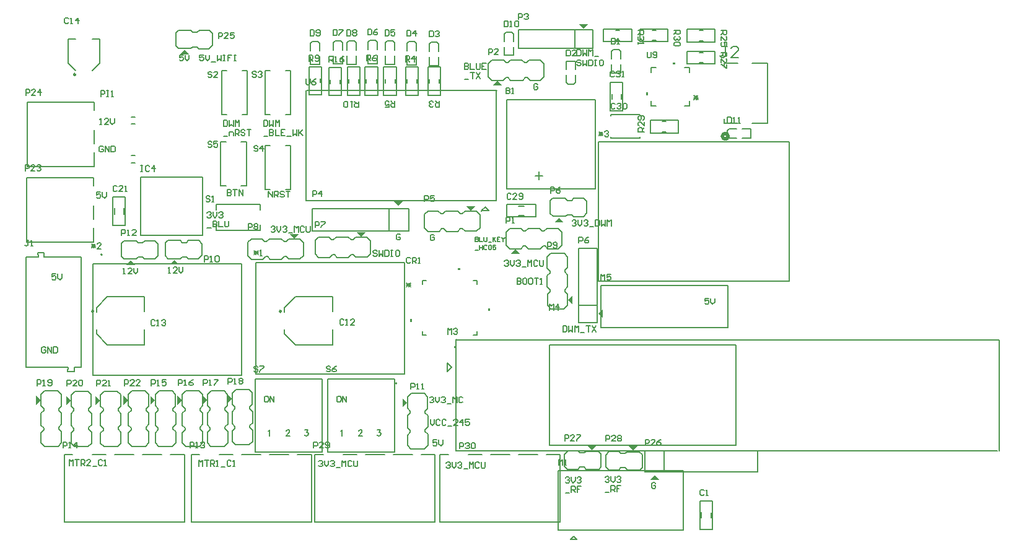
<source format=gto>
G04*
G04 #@! TF.GenerationSoftware,Altium Limited,Altium Designer,18.1.6 (161)*
G04*
G04 Layer_Color=65535*
%FSTAX24Y24*%
%MOIN*%
G70*
G01*
G75*
%ADD10C,0.0200*%
%ADD11C,0.0098*%
%ADD12C,0.0079*%
%ADD13C,0.0080*%
%ADD14C,0.0060*%
%ADD15C,0.0050*%
G36*
X01676Y0336D02*
X01626D01*
X01651Y03385D01*
X01676Y0336D01*
D02*
G37*
G36*
X02798Y02545D02*
X02773Y0257D01*
X02823D01*
X02798Y02545D01*
D02*
G37*
G36*
X02601Y02378D02*
X02576Y02403D01*
X02626D01*
X02601Y02378D01*
D02*
G37*
G36*
X0224Y02368D02*
X02215Y02393D01*
X02265D01*
X0224Y02368D01*
D02*
G37*
G36*
X01619Y02229D02*
X01569D01*
X01594Y02254D01*
X01619Y02229D01*
D02*
G37*
G36*
X01383Y02227D02*
X01333D01*
X01358Y02252D01*
X01383Y02227D01*
D02*
G37*
G36*
X01904Y01507D02*
X01879Y01482D01*
Y01532D01*
X01904Y01507D01*
D02*
G37*
G36*
X01771Y015D02*
X01746Y01475D01*
Y01525D01*
X01771Y015D01*
D02*
G37*
G36*
X01636Y01499D02*
X01611Y01474D01*
Y01524D01*
X01636Y01499D01*
D02*
G37*
G36*
X01491Y01498D02*
X01466Y01473D01*
Y01523D01*
X01491Y01498D01*
D02*
G37*
G36*
X01346D02*
X01321Y01473D01*
Y01523D01*
X01346Y01498D01*
D02*
G37*
G36*
X00876D02*
X00851Y01473D01*
Y01523D01*
X00876Y01498D01*
D02*
G37*
G36*
X01196Y01497D02*
X01171Y01472D01*
Y01522D01*
X01196Y01497D01*
D02*
G37*
G36*
X01037D02*
X01012Y01472D01*
Y01522D01*
X01037Y01497D01*
D02*
G37*
G36*
X02847Y01485D02*
X02822Y0146D01*
Y0151D01*
X02847Y01485D01*
D02*
G37*
G36*
X02872Y019346D02*
X02862D01*
Y019196D01*
X02872D01*
Y019346D01*
D02*
G37*
G36*
X03114Y01791D02*
X03099D01*
Y01781D01*
X03114D01*
Y01791D01*
D02*
G37*
G36*
X03282Y019937D02*
X03292D01*
Y019787D01*
X03282D01*
Y019937D01*
D02*
G37*
G36*
X03712Y02039D02*
X03737Y02014D01*
Y02064D01*
X03712Y02039D01*
D02*
G37*
G36*
X04178Y01095D02*
X04153Y0107D01*
X04203D01*
X04178Y01095D01*
D02*
G37*
G36*
X04063Y01228D02*
X04088Y01253D01*
X04038D01*
X04063Y01228D01*
D02*
G37*
G36*
X03842Y01231D02*
X03867Y01256D01*
X03817D01*
X03842Y01231D01*
D02*
G37*
G36*
X03876Y01966D02*
X03901Y01941D01*
Y01991D01*
X03876Y01966D01*
D02*
G37*
G36*
X031337Y02201D02*
X031187D01*
Y02211D01*
X031337D01*
Y02201D01*
D02*
G37*
G36*
X03189Y02518D02*
X03214Y02543D01*
X03164D01*
X03189Y02518D01*
D02*
G37*
G36*
X03429Y02312D02*
X03404Y02287D01*
X03454D01*
X03429Y02312D01*
D02*
G37*
G36*
X03666Y02481D02*
X03641Y02456D01*
X03691D01*
X03666Y02481D01*
D02*
G37*
G36*
X03334Y03219D02*
X03309Y03194D01*
X03359D01*
X03334Y03219D01*
D02*
G37*
G36*
X03795Y03498D02*
X0382Y03523D01*
X0377D01*
X03795Y03498D01*
D02*
G37*
G36*
X041435Y031401D02*
X041335D01*
Y031551D01*
X041435D01*
Y031401D01*
D02*
G37*
G36*
X042762Y033075D02*
X042912D01*
Y033175D01*
X042762D01*
Y033075D01*
D02*
G37*
D10*
X045737Y029193D02*
G03*
X045737Y029193I-00015J0D01*
G01*
D11*
X021698Y019772D02*
G03*
X021698Y019772I-000049J0D01*
G01*
X011589D02*
G03*
X011589Y019772I-000049J0D01*
G01*
X010627Y032517D02*
G03*
X010627Y032517I-000049J0D01*
G01*
D12*
X027926Y015894D02*
G03*
X027926Y015894I-000039J0D01*
G01*
X012053Y022816D02*
G03*
X012053Y022816I-000039J0D01*
G01*
D13*
X011612Y023506D02*
Y024258D01*
Y026521D02*
Y026974D01*
X00799Y023506D02*
X011612D01*
X00799D02*
Y026974D01*
X011612D01*
Y024722D02*
Y025459D01*
X018209Y025519D02*
X020571D01*
X018209Y025243D02*
Y025519D01*
X020571Y025243D02*
Y025519D01*
Y024141D02*
Y024417D01*
X018209Y024141D02*
Y024417D01*
Y024141D02*
X020571D01*
X020831Y026319D02*
Y028681D01*
Y026319D02*
X021107D01*
X020831Y028681D02*
X021107D01*
X021933D02*
X022209D01*
X021933Y026319D02*
X022209D01*
Y028681D01*
X018441Y026519D02*
Y028881D01*
Y026519D02*
X018717D01*
X018441Y028881D02*
X018717D01*
X019543D02*
X019819D01*
X019543Y026519D02*
X019819D01*
Y028881D01*
X035955Y012047D02*
X036707D01*
X030238D02*
X030691D01*
X036707Y008425D02*
Y012047D01*
X030238Y008425D02*
X036707D01*
X030238D02*
Y012047D01*
X031754D02*
X03249D01*
X032955D02*
X03399D01*
X034455D02*
X03549D01*
X02848Y0135D02*
Y01415D01*
Y0135D02*
X02863Y01335D01*
X02868Y01535D02*
X02938D01*
X02848Y01515D02*
X02868Y01535D01*
X02848Y01455D02*
Y01515D01*
Y01455D02*
X02863Y0144D01*
Y0143D02*
Y0144D01*
X02848Y01415D02*
X02863Y0143D01*
Y01325D02*
Y01335D01*
X02848Y0131D02*
X02863Y01325D01*
X02848Y01255D02*
Y0131D01*
Y01255D02*
X02867Y01236D01*
X02939D01*
X02958Y01255D01*
Y01315D01*
X02943Y0133D02*
X02958Y01315D01*
X02943Y0133D02*
Y0134D01*
X02958Y01355D01*
Y01415D01*
X02943Y0143D02*
X02958Y01415D01*
X02943Y0143D02*
Y0144D01*
X02957Y01454D01*
Y01516D01*
X02938Y01535D02*
X02957Y01516D01*
X01627Y02261D02*
X01636Y0227D01*
X0156Y02261D02*
X01627D01*
X0166Y0227D02*
X0167Y0226D01*
X01636Y0227D02*
X0166D01*
X01624Y02261D02*
X01627D01*
X0166Y02347D02*
X01671Y02358D01*
X01636Y02347D02*
X0166D01*
X01625Y02358D02*
X01636Y02347D01*
X01545Y02276D02*
Y02345D01*
Y02276D02*
X0156Y02261D01*
X0167Y0226D02*
X01724D01*
X01742Y02278D01*
Y02341D01*
X01725Y02358D02*
X01742Y02341D01*
X01671Y02358D02*
X01725D01*
X01558D02*
X01625D01*
X01545Y02345D02*
X01558Y02358D01*
X01602Y03476D02*
X01615Y03489D01*
X01682D01*
X01728D02*
X01782D01*
X01799Y03472D01*
Y03409D02*
Y03472D01*
X01781Y03391D02*
X01799Y03409D01*
X01727Y03391D02*
X01781D01*
X01602Y03407D02*
X01617Y03392D01*
X01602Y03407D02*
Y03476D01*
X01682Y03489D02*
X01693Y03478D01*
X01717D01*
X01728Y03489D01*
X01681Y03392D02*
X01684D01*
X01693Y03401D02*
X01717D01*
X01727Y03391D01*
X01617Y03392D02*
X01684D01*
X01693Y03401D01*
X020831Y030369D02*
Y032731D01*
Y030369D02*
X021107D01*
X020831Y032731D02*
X021107D01*
X021933D02*
X022209D01*
X021933Y030369D02*
X022209D01*
Y032731D01*
X019859Y030359D02*
Y032721D01*
X019583Y030359D02*
X019859D01*
X019583Y032721D02*
X019859D01*
X018481D02*
X018757D01*
X018481Y030359D02*
X018757D01*
X018481D02*
Y032721D01*
X021855Y018551D02*
Y018807D01*
Y019713D02*
Y019969D01*
X022446Y017961D02*
X024454D01*
X022446Y020559D02*
X024454D01*
Y017961D02*
Y018807D01*
Y019752D02*
Y020559D01*
X021855Y019969D02*
X022446Y020559D01*
X021855Y018551D02*
X022446Y017961D01*
X011746Y018551D02*
Y018807D01*
Y019713D02*
Y019969D01*
X012337Y017961D02*
X014345D01*
X012337Y020559D02*
X014345D01*
Y017961D02*
Y018807D01*
Y019752D02*
Y020559D01*
X011746Y019969D02*
X012337Y020559D01*
X011746Y018551D02*
X012337Y017961D01*
X03944Y02909D02*
Y029166D01*
Y030294D02*
Y03037D01*
X041D01*
Y02909D02*
Y029166D01*
X03944Y02909D02*
X041D01*
Y030294D02*
Y03037D01*
X04307Y02937D02*
Y03005D01*
X04155Y02937D02*
X04307D01*
X04155D02*
Y03005D01*
X04307D01*
X04221Y02998D02*
X04241D01*
X04221Y02943D02*
X04241D01*
X013645Y027776D02*
X013844D01*
X013645Y029854D02*
X013844D01*
X013645Y028146D02*
X013844D01*
X013645Y030224D02*
X013844D01*
X02325Y03208D02*
Y03228D01*
X0238Y03208D02*
Y03228D01*
X02387Y03142D02*
Y03294D01*
X02319D02*
X02387D01*
X02319Y03142D02*
Y03294D01*
Y03142D02*
X02387D01*
X02627Y03206D02*
Y03226D01*
X02682Y03206D02*
Y03226D01*
X02689Y0314D02*
Y03292D01*
X02621D02*
X02689D01*
X02621Y0314D02*
Y03292D01*
Y0314D02*
X02689D01*
X02783Y03206D02*
Y03226D01*
X02728Y03206D02*
Y03226D01*
X02721Y0314D02*
Y03292D01*
Y0314D02*
X02789D01*
Y03292D01*
X02721D02*
X02789D01*
X03021Y03207D02*
Y03227D01*
X02966Y03207D02*
Y03227D01*
X02959Y03141D02*
Y03293D01*
Y03141D02*
X03027D01*
Y03293D01*
X02959D02*
X03027D01*
X02587Y03206D02*
Y03226D01*
X02532Y03206D02*
Y03226D01*
X02525Y0314D02*
Y03292D01*
Y0314D02*
X02593D01*
Y03292D01*
X02525D02*
X02593D01*
X02838Y032923D02*
X02906D01*
Y031403D02*
Y032923D01*
X02838Y031403D02*
X02906D01*
X02838D02*
Y032923D01*
X02845Y032063D02*
Y032263D01*
X029Y032063D02*
Y032263D01*
X02833Y01638D02*
Y02238D01*
X02033D02*
X02833D01*
X02033Y01638D02*
X02833D01*
X02033D02*
Y02238D01*
X01157Y01633D02*
Y02233D01*
Y01633D02*
X01957D01*
X01157Y02233D02*
X01957D01*
Y01633D02*
Y02233D01*
X03247Y02518D02*
X03248Y02519D01*
X03286D01*
X03268Y02537D02*
X03286Y02519D01*
X03268Y02537D02*
Y02539D01*
X03247Y02518D02*
X03268Y02539D01*
X03247Y02517D02*
Y02518D01*
X03325Y02574D02*
Y03167D01*
X03323Y02572D02*
X03325Y02574D01*
X02302Y027208D02*
Y030182D01*
X02307Y03167D02*
X0333D01*
X02302Y03162D02*
X02307Y03167D01*
X02302Y030182D02*
Y03162D01*
Y02572D02*
X03323D01*
X02302D02*
Y027208D01*
X036133Y012571D02*
X046165D01*
X036133D02*
Y017965D01*
X046165Y012571D02*
Y017965D01*
X036133D02*
X046165D01*
X03111Y012248D02*
X060244D01*
X03111D02*
Y018252D01*
X031142Y01822D01*
X06033D01*
Y01225D02*
Y01822D01*
X03064Y01653D02*
Y01699D01*
X03086Y01677D01*
Y01675D02*
Y01677D01*
X03064Y01653D02*
X03086Y01675D01*
X02376Y03306D02*
Y03351D01*
Y03381D02*
Y03421D01*
X02326Y03306D02*
Y03351D01*
Y03381D02*
Y03421D01*
X02336Y03431D02*
X02366D01*
X02326Y03421D02*
X02336Y03431D01*
X02366D02*
X02376Y03421D01*
X02326Y03306D02*
X02376D01*
X02573Y033073D02*
Y033523D01*
Y033823D02*
Y034223D01*
X02523Y033073D02*
Y033523D01*
Y033823D02*
Y034223D01*
X02533Y034323D02*
X02563D01*
X02523Y034223D02*
X02533Y034323D01*
X02563D02*
X02573Y034223D01*
X02523Y033073D02*
X02573D01*
X02499Y03308D02*
Y03353D01*
Y03383D02*
Y03423D01*
X02449Y03308D02*
Y03353D01*
Y03383D02*
Y03423D01*
X02459Y03433D02*
X02489D01*
X02449Y03423D02*
X02459Y03433D01*
X02489D02*
X02499Y03423D01*
X02449Y03308D02*
X02499D01*
X03996Y032605D02*
Y033055D01*
Y033355D02*
Y033755D01*
X03946Y032605D02*
Y033055D01*
Y033355D02*
Y033755D01*
X03956Y033855D02*
X03986D01*
X03946Y033755D02*
X03956Y033855D01*
X03986D02*
X03996Y033755D01*
X03946Y032605D02*
X03996D01*
X02778Y033066D02*
Y033516D01*
Y033816D02*
Y034216D01*
X02728Y033066D02*
Y033516D01*
Y033816D02*
Y034216D01*
X02738Y034316D02*
X02768D01*
X02728Y034216D02*
X02738Y034316D01*
X02768D02*
X02778Y034216D01*
X02728Y033066D02*
X02778D01*
X0465Y0296D02*
X04695D01*
X0458D02*
X0462D01*
X0465Y0291D02*
X04695D01*
X0458D02*
X0462D01*
X0457Y0292D02*
Y0295D01*
Y0292D02*
X0458Y0291D01*
X0457Y0295D02*
X0458Y0296D01*
X04695Y0291D02*
Y0296D01*
X03419Y03355D02*
Y034D01*
Y0343D02*
Y0347D01*
X03369Y03355D02*
Y034D01*
Y0343D02*
Y0347D01*
X03379Y0348D02*
X03409D01*
X03369Y0347D02*
X03379Y0348D01*
X03409D02*
X03419Y0347D01*
X03369Y03355D02*
X03419D01*
X02685Y03311D02*
Y03356D01*
Y03386D02*
Y03426D01*
X02635Y03311D02*
Y03356D01*
Y03386D02*
Y03426D01*
X02645Y03436D02*
X02675D01*
X02635Y03426D02*
X02645Y03436D01*
X02675D02*
X02685Y03426D01*
X02635Y03311D02*
X02685D01*
X02896Y033035D02*
Y033485D01*
Y033785D02*
Y034185D01*
X02846Y033035D02*
Y033485D01*
Y033785D02*
Y034185D01*
X02856Y034285D02*
X02886D01*
X02846Y034185D02*
X02856Y034285D01*
X02886D02*
X02896Y034185D01*
X02846Y033035D02*
X02896D01*
X030165Y033005D02*
Y033455D01*
Y033755D02*
Y034155D01*
X029665Y033005D02*
Y033455D01*
Y033755D02*
Y034155D01*
X029765Y034255D02*
X030065D01*
X029665Y034155D02*
X029765Y034255D01*
X030065D02*
X030165Y034155D01*
X029665Y033005D02*
X030165D01*
X03704Y03278D02*
Y03323D01*
Y03208D02*
Y03248D01*
X03754Y03278D02*
Y03323D01*
Y03208D02*
Y03248D01*
X03714Y03198D02*
X03744D01*
X03754Y03208D01*
X03704D02*
X03714Y03198D01*
X03704Y03323D02*
X03754D01*
X03538Y02485D02*
Y02552D01*
X03384Y02485D02*
X03538D01*
X03384D02*
Y02552D01*
X03538D01*
X03447Y02544D02*
X03475D01*
X03446Y024914D02*
X03475D01*
X04418Y0337D02*
X04438D01*
X04418Y03315D02*
X04438D01*
X04352Y03308D02*
X04504D01*
Y03376D01*
X04352D02*
X04504D01*
X04352Y03308D02*
Y03376D01*
X04418Y03489D02*
X04438D01*
X04418Y03434D02*
X04438D01*
X04352Y03427D02*
X04504D01*
Y03495D01*
X04352D02*
X04504D01*
X04352Y03427D02*
Y03495D01*
X0394Y0321D02*
X04007D01*
Y03056D02*
Y0321D01*
X0394Y03056D02*
X04007D01*
X0394D02*
Y0321D01*
X03948Y03119D02*
Y03147D01*
X040006Y03118D02*
Y03147D01*
X04165Y0349D02*
X04185D01*
X04165Y03435D02*
X04185D01*
X04099Y03428D02*
X04251D01*
Y03496D01*
X04099D02*
X04251D01*
X04099Y03428D02*
Y03496D01*
X0397Y0349D02*
X0399D01*
X0397Y03435D02*
X0399D01*
X03904Y03428D02*
X04056D01*
Y03496D01*
X03904D02*
X04056D01*
X03904Y03428D02*
Y03496D01*
X02426Y03138D02*
X02494D01*
X02426D02*
Y0329D01*
X02494D01*
Y03138D02*
Y0329D01*
X02487Y03204D02*
Y03224D01*
X02432Y03204D02*
Y03224D01*
X01264Y02593D02*
X01331D01*
Y0244D02*
Y02593D01*
X01264Y0244D02*
X01331D01*
X01264D02*
Y02593D01*
X01273Y02499D02*
Y02533D01*
X01323Y02499D02*
Y02533D01*
X011523Y032724D02*
X011916Y033117D01*
Y034416D01*
X010224Y033117D02*
Y034416D01*
X011523D02*
X011916D01*
X010224D02*
X010617D01*
X010224Y033117D02*
X010617Y032724D01*
X014237Y012052D02*
X015273D01*
X012737D02*
X013773D01*
X011537D02*
X012273D01*
X010021Y00843D02*
Y012052D01*
Y00843D02*
X016489D01*
Y012052D01*
X010021D02*
X010474D01*
X015737D02*
X016489D01*
X021069Y012047D02*
X022104D01*
X019569D02*
X020604D01*
X018368D02*
X019104D01*
X016852Y008425D02*
Y012047D01*
Y008425D02*
X023321D01*
Y012047D01*
X016852D02*
X017305D01*
X022569D02*
X023321D01*
X02779Y012206D02*
Y016144D01*
X024199Y012206D02*
X02779D01*
X024199D02*
Y016144D01*
X02779D01*
X02389Y012205D02*
Y016142D01*
X0203Y012205D02*
X02389D01*
X0203D02*
Y016142D01*
X02389D01*
X038582Y026374D02*
X038601Y026394D01*
X033818Y026374D02*
X038582D01*
X033818D02*
Y031148D01*
X038601D01*
Y026394D02*
Y031148D01*
X03555Y026866D02*
Y02729D01*
X035363Y027073D02*
X035747D01*
X0375Y03393D02*
Y03492D01*
X03445Y03392D02*
Y03492D01*
Y03392D02*
X03845D01*
Y03492D01*
X03445D02*
X03845D01*
X02337Y02409D02*
X02855D01*
X02337Y02531D02*
X02855D01*
Y02409D02*
Y02531D01*
X02337Y02409D02*
Y02531D01*
X02749Y02411D02*
Y02529D01*
X03617Y02572D02*
X0363Y02585D01*
X03697D01*
X03743D02*
X03797D01*
X03814Y02568D01*
Y02505D02*
Y02568D01*
X03796Y02487D02*
X03814Y02505D01*
X03742Y02487D02*
X03796D01*
X03617Y02503D02*
X03632Y02488D01*
X03617Y02503D02*
Y02572D01*
X03697Y02585D02*
X03708Y02574D01*
X03732D01*
X03743Y02585D01*
X03696Y02488D02*
X03699D01*
X03708Y02497D02*
X03732D01*
X03742Y02487D01*
X03632Y02488D02*
X03699D01*
X03708Y02497D01*
X03771Y02011D02*
X0387D01*
X0377Y02316D02*
X0387D01*
X0377Y01916D02*
Y02316D01*
Y01916D02*
X0387D01*
Y02316D01*
X04228Y01112D02*
Y01225D01*
X04127Y01227D02*
X04733D01*
X04127Y01112D02*
X04733D01*
X04127D02*
Y01227D01*
X04733Y01112D02*
Y01227D01*
X03878Y01127D02*
X03891Y0114D01*
X03811Y01127D02*
X03878D01*
X03711D02*
X03765D01*
X03694Y01144D02*
X03711Y01127D01*
X03694Y01144D02*
Y01207D01*
X03712Y01225D01*
X03766D01*
X03876Y01224D02*
X03891Y01209D01*
Y0114D02*
Y01209D01*
X038Y01138D02*
X03811Y01127D01*
X03776Y01138D02*
X038D01*
X03765Y01127D02*
X03776Y01138D01*
X03809Y01224D02*
X03812D01*
X03776Y01215D02*
X038D01*
X03766Y01225D02*
X03776Y01215D01*
X03809Y01224D02*
X03876D01*
X038Y01215D02*
X03809Y01224D01*
X038888Y01891D02*
X045718D01*
Y02116D01*
X038888D02*
X045718D01*
X038888Y01891D02*
Y02116D01*
X04099Y01124D02*
X04112Y01137D01*
X04032Y01124D02*
X04099D01*
X03932D02*
X03986D01*
X03915Y01141D02*
X03932Y01124D01*
X03915Y01141D02*
Y01204D01*
X03933Y01222D01*
X03987D01*
X04097Y01221D02*
X04112Y01206D01*
Y01137D02*
Y01206D01*
X04021Y01135D02*
X04032Y01124D01*
X03997Y01135D02*
X04021D01*
X03986Y01124D02*
X03997Y01135D01*
X0403Y01221D02*
X04033D01*
X03997Y01212D02*
X04021D01*
X03987Y01222D02*
X03997Y01212D01*
X0403Y01221D02*
X04097D01*
X04021Y01212D02*
X0403Y01221D01*
X041605Y030835D02*
Y031108D01*
Y032905D02*
X041878D01*
X043675Y032632D02*
Y032905D01*
Y030835D02*
Y031108D01*
X041605Y030835D02*
X041878D01*
X041605Y032632D02*
Y032905D01*
X043402D02*
X043675D01*
X043402Y030835D02*
X043675D01*
X049013Y02141D02*
Y02888D01*
X038773Y02141D02*
X049013D01*
X038773D02*
Y02888D01*
X049013D01*
X03284Y0331D02*
X03303Y03329D01*
X03365D01*
X03379Y03315D01*
X03389D01*
X03404Y0333D01*
X03464D01*
X03479Y03315D01*
X03489D01*
X03504Y0333D01*
X03564D01*
X03583Y03311D01*
Y03239D02*
Y03311D01*
X03564Y0322D02*
X03583Y03239D01*
X03509Y0322D02*
X03564D01*
X03494Y03235D02*
X03509Y0322D01*
X03484Y03235D02*
X03494D01*
X03389D02*
X03404Y0322D01*
X03379Y03235D02*
X03389D01*
X03364Y0322D02*
X03379Y03235D01*
X03304Y0322D02*
X03364D01*
X03284Y0324D02*
X03304Y0322D01*
X03284Y0324D02*
Y0331D01*
X03469Y0322D02*
X03484Y03235D01*
X03404Y0322D02*
X03469D01*
X03379Y02403D02*
X03398Y02422D01*
X0346D01*
X03474Y02408D01*
X03484D01*
X03499Y02423D01*
X03559D01*
X03574Y02408D01*
X03584D01*
X03599Y02423D01*
X03659D01*
X03678Y02404D01*
Y02332D02*
Y02404D01*
X03659Y02313D02*
X03678Y02332D01*
X03604Y02313D02*
X03659D01*
X03589Y02328D02*
X03604Y02313D01*
X03579Y02328D02*
X03589D01*
X03484D02*
X03499Y02313D01*
X03474Y02328D02*
X03484D01*
X03459Y02313D02*
X03474Y02328D01*
X03399Y02313D02*
X03459D01*
X03379Y02333D02*
X03399Y02313D01*
X03379Y02333D02*
Y02403D01*
X03564Y02313D02*
X03579Y02328D01*
X03499Y02313D02*
X03564D01*
X04423Y00803D02*
X0449D01*
X04423D02*
Y00957D01*
X0449D01*
Y00803D02*
Y00957D01*
X04482Y00866D02*
Y00894D01*
X044294Y00866D02*
Y00895D01*
X01309Y02343D02*
X01322Y02356D01*
X01389D01*
X01435D02*
X01489D01*
X01506Y02339D01*
Y02276D02*
Y02339D01*
X01488Y02258D02*
X01506Y02276D01*
X01434Y02258D02*
X01488D01*
X01309Y02274D02*
X01324Y02259D01*
X01309Y02274D02*
Y02343D01*
X01389Y02356D02*
X014Y02345D01*
X01424D01*
X01435Y02356D01*
X01388Y02259D02*
X01391D01*
X014Y02268D02*
X01424D01*
X01434Y02258D01*
X01324Y02259D02*
X01391D01*
X014Y02268D01*
X01727Y01549D02*
X01746Y0153D01*
Y01468D02*
Y0153D01*
X01732Y01454D02*
X01746Y01468D01*
X01732Y01444D02*
Y01454D01*
Y01444D02*
X01747Y01429D01*
Y01369D02*
Y01429D01*
X01732Y01354D02*
X01747Y01369D01*
X01732Y01344D02*
Y01354D01*
Y01344D02*
X01747Y01329D01*
Y01269D02*
Y01329D01*
X01728Y0125D02*
X01747Y01269D01*
X01656Y0125D02*
X01728D01*
X01637Y01269D02*
X01656Y0125D01*
X01637Y01269D02*
Y01324D01*
X01652Y01339D01*
Y01349D01*
X01637Y01429D02*
X01652Y01444D01*
Y01454D01*
X01637Y01469D02*
X01652Y01454D01*
X01637Y01469D02*
Y01529D01*
X01657Y01549D01*
X01727D01*
X01637Y01364D02*
X01652Y01349D01*
X01637Y01364D02*
Y01429D01*
X01582Y01548D02*
X01601Y01529D01*
Y01467D02*
Y01529D01*
X01587Y01453D02*
X01601Y01467D01*
X01587Y01443D02*
Y01453D01*
Y01443D02*
X01602Y01428D01*
Y01368D02*
Y01428D01*
X01587Y01353D02*
X01602Y01368D01*
X01587Y01343D02*
Y01353D01*
Y01343D02*
X01602Y01328D01*
Y01268D02*
Y01328D01*
X01583Y01249D02*
X01602Y01268D01*
X01511Y01249D02*
X01583D01*
X01492Y01268D02*
X01511Y01249D01*
X01492Y01268D02*
Y01323D01*
X01507Y01338D01*
Y01348D01*
X01492Y01428D02*
X01507Y01443D01*
Y01453D01*
X01492Y01468D02*
X01507Y01453D01*
X01492Y01468D02*
Y01528D01*
X01512Y01548D01*
X01582D01*
X01492Y01363D02*
X01507Y01348D01*
X01492Y01363D02*
Y01428D01*
X01995Y01557D02*
X02014Y01538D01*
Y01476D02*
Y01538D01*
X02Y01462D02*
X02014Y01476D01*
X02Y01452D02*
Y01462D01*
Y01452D02*
X02015Y01437D01*
Y01377D02*
Y01437D01*
X02Y01362D02*
X02015Y01377D01*
X02Y01352D02*
Y01362D01*
Y01352D02*
X02015Y01337D01*
Y01277D02*
Y01337D01*
X01996Y01258D02*
X02015Y01277D01*
X01924Y01258D02*
X01996D01*
X01905Y01277D02*
X01924Y01258D01*
X01905Y01277D02*
Y01332D01*
X0192Y01347D01*
Y01357D01*
X01905Y01437D02*
X0192Y01452D01*
Y01462D01*
X01905Y01477D02*
X0192Y01462D01*
X01905Y01477D02*
Y01537D01*
X01925Y01557D01*
X01995D01*
X01905Y01372D02*
X0192Y01357D01*
X01905Y01372D02*
Y01437D01*
X01862Y0155D02*
X01881Y01531D01*
Y01469D02*
Y01531D01*
X01867Y01455D02*
X01881Y01469D01*
X01867Y01445D02*
Y01455D01*
Y01445D02*
X01882Y0143D01*
Y0137D02*
Y0143D01*
X01867Y01355D02*
X01882Y0137D01*
X01867Y01345D02*
Y01355D01*
Y01345D02*
X01882Y0133D01*
Y0127D02*
Y0133D01*
X01863Y01251D02*
X01882Y0127D01*
X01791Y01251D02*
X01863D01*
X01772Y0127D02*
X01791Y01251D01*
X01772Y0127D02*
Y01325D01*
X01787Y0134D01*
Y0135D01*
X01772Y0143D02*
X01787Y01445D01*
Y01455D01*
X01772Y0147D02*
X01787Y01455D01*
X01772Y0147D02*
Y0153D01*
X01792Y0155D01*
X01862D01*
X01772Y01365D02*
X01787Y0135D01*
X01772Y01365D02*
Y0143D01*
X01128Y01547D02*
X01147Y01528D01*
Y01466D02*
Y01528D01*
X01133Y01452D02*
X01147Y01466D01*
X01133Y01442D02*
Y01452D01*
Y01442D02*
X01148Y01427D01*
Y01367D02*
Y01427D01*
X01133Y01352D02*
X01148Y01367D01*
X01133Y01342D02*
Y01352D01*
Y01342D02*
X01148Y01327D01*
Y01267D02*
Y01327D01*
X01129Y01248D02*
X01148Y01267D01*
X01057Y01248D02*
X01129D01*
X01038Y01267D02*
X01057Y01248D01*
X01038Y01267D02*
Y01322D01*
X01053Y01337D01*
Y01347D01*
X01038Y01427D02*
X01053Y01442D01*
Y01452D01*
X01038Y01467D02*
X01053Y01452D01*
X01038Y01467D02*
Y01527D01*
X01058Y01547D01*
X01128D01*
X01038Y01362D02*
X01053Y01347D01*
X01038Y01362D02*
Y01427D01*
X00967Y01548D02*
X00986Y01529D01*
Y01467D02*
Y01529D01*
X00972Y01453D02*
X00986Y01467D01*
X00972Y01443D02*
Y01453D01*
Y01443D02*
X00987Y01428D01*
Y01368D02*
Y01428D01*
X00972Y01353D02*
X00987Y01368D01*
X00972Y01343D02*
Y01353D01*
Y01343D02*
X00987Y01328D01*
Y01268D02*
Y01328D01*
X00968Y01249D02*
X00987Y01268D01*
X00896Y01249D02*
X00968D01*
X00877Y01268D02*
X00896Y01249D01*
X00877Y01268D02*
Y01323D01*
X00892Y01338D01*
Y01348D01*
X00877Y01428D02*
X00892Y01443D01*
Y01453D01*
X00877Y01468D02*
X00892Y01453D01*
X00877Y01468D02*
Y01528D01*
X00897Y01548D01*
X00967D01*
X00877Y01363D02*
X00892Y01348D01*
X00877Y01363D02*
Y01428D01*
X01437Y01548D02*
X01456Y01529D01*
Y01467D02*
Y01529D01*
X01442Y01453D02*
X01456Y01467D01*
X01442Y01443D02*
Y01453D01*
Y01443D02*
X01457Y01428D01*
Y01368D02*
Y01428D01*
X01442Y01353D02*
X01457Y01368D01*
X01442Y01343D02*
Y01353D01*
Y01343D02*
X01457Y01328D01*
Y01268D02*
Y01328D01*
X01438Y01249D02*
X01457Y01268D01*
X01366Y01249D02*
X01438D01*
X01347Y01268D02*
X01366Y01249D01*
X01347Y01268D02*
Y01323D01*
X01362Y01338D01*
Y01348D01*
X01347Y01428D02*
X01362Y01443D01*
Y01453D01*
X01347Y01468D02*
X01362Y01453D01*
X01347Y01468D02*
Y01528D01*
X01367Y01548D01*
X01437D01*
X01347Y01363D02*
X01362Y01348D01*
X01347Y01363D02*
Y01428D01*
X01287Y01547D02*
X01306Y01528D01*
Y01466D02*
Y01528D01*
X01292Y01452D02*
X01306Y01466D01*
X01292Y01442D02*
Y01452D01*
Y01442D02*
X01307Y01427D01*
Y01367D02*
Y01427D01*
X01292Y01352D02*
X01307Y01367D01*
X01292Y01342D02*
Y01352D01*
Y01342D02*
X01307Y01327D01*
Y01267D02*
Y01327D01*
X01288Y01248D02*
X01307Y01267D01*
X01216Y01248D02*
X01288D01*
X01197Y01267D02*
X01216Y01248D01*
X01197Y01267D02*
Y01322D01*
X01212Y01337D01*
Y01347D01*
X01197Y01427D02*
X01212Y01442D01*
Y01452D01*
X01197Y01467D02*
X01212Y01452D01*
X01197Y01467D02*
Y01527D01*
X01217Y01547D01*
X01287D01*
X01197Y01362D02*
X01212Y01347D01*
X01197Y01362D02*
Y01427D01*
X027724Y012047D02*
X02876D01*
X026224D02*
X02726D01*
X025024D02*
X02576D01*
X023508Y008425D02*
Y012047D01*
Y008425D02*
X029976D01*
Y012047D01*
X023508D02*
X023961D01*
X029224D02*
X029976D01*
X008916Y022681D02*
X010924D01*
Y016776D02*
Y022681D01*
X007971D02*
X00864D01*
X008611Y022917D02*
X00864Y022681D01*
X008916D02*
X008945Y022917D01*
X008611D02*
X008945D01*
X007971Y016776D02*
Y022681D01*
X010195Y01654D02*
X010569D01*
X010549Y016776D02*
X010569Y01654D01*
X010195D02*
X010215Y016776D01*
X010549D02*
X010924D01*
X007971D02*
X010215D01*
X0293Y02143D02*
X029511D01*
X0293Y01849D02*
X029511D01*
X03224D02*
Y018701D01*
X032029Y02143D02*
X03224D01*
X0293Y021219D02*
Y02143D01*
Y01849D02*
Y018701D01*
X032029Y01849D02*
X03224D01*
Y021219D02*
Y02143D01*
X011641Y028792D02*
Y029528D01*
X008019Y031044D02*
X011641D01*
X008019Y027576D02*
Y031044D01*
Y027576D02*
X011641D01*
Y030591D02*
Y031044D01*
Y027576D02*
Y028328D01*
X017465Y02387D02*
Y02701D01*
X014125Y02387D02*
X017465D01*
X014125D02*
Y02699D01*
X014145Y02701D01*
X017465D01*
X02271Y02258D02*
X0229Y02277D01*
X02209Y02258D02*
X02271D01*
X02195Y02272D02*
X02209Y02258D01*
X02185Y02272D02*
X02195D01*
X0217Y02257D02*
X02185Y02272D01*
X0211Y02257D02*
X0217D01*
X02095Y02272D02*
X0211Y02257D01*
X02085Y02272D02*
X02095D01*
X0207Y02257D02*
X02085Y02272D01*
X0201Y02257D02*
X0207D01*
X01991Y02276D02*
X0201Y02257D01*
X01991Y02276D02*
Y02348D01*
X0201Y02367D01*
X02065D01*
X0208Y02352D01*
X0209D01*
X0217Y02367D02*
X02185Y02352D01*
X02195D01*
X0221Y02367D01*
X0227D01*
X0229Y02347D01*
Y02277D02*
Y02347D01*
X0209Y02352D02*
X02105Y02367D01*
X0217D01*
X03602Y02008D02*
X03621Y01989D01*
X03602Y02008D02*
Y0207D01*
X03616Y02084D01*
Y02094D01*
X03601Y02109D02*
X03616Y02094D01*
X03601Y02109D02*
Y02169D01*
X03616Y02184D01*
Y02194D01*
X03601Y02209D02*
X03616Y02194D01*
X03601Y02209D02*
Y02269D01*
X0362Y02288D01*
X03692D01*
X03711Y02269D01*
Y02214D02*
Y02269D01*
X03696Y02199D02*
X03711Y02214D01*
X03696Y02189D02*
Y02199D01*
Y02094D02*
X03711Y02109D01*
X03696Y02084D02*
Y02094D01*
Y02084D02*
X03711Y02069D01*
Y02009D02*
Y02069D01*
X03691Y01989D02*
X03711Y02009D01*
X03621Y01989D02*
X03691D01*
X03696Y02189D02*
X03711Y02174D01*
Y02109D02*
Y02174D01*
X02632Y02268D02*
X02651Y02287D01*
X0257Y02268D02*
X02632D01*
X02556Y02282D02*
X0257Y02268D01*
X02546Y02282D02*
X02556D01*
X02531Y02267D02*
X02546Y02282D01*
X02471Y02267D02*
X02531D01*
X02456Y02282D02*
X02471Y02267D01*
X02446Y02282D02*
X02456D01*
X02431Y02267D02*
X02446Y02282D01*
X02371Y02267D02*
X02431D01*
X02352Y02286D02*
X02371Y02267D01*
X02352Y02286D02*
Y02358D01*
X02371Y02377D01*
X02426D01*
X02441Y02362D01*
X02451D01*
X02531Y02377D02*
X02546Y02362D01*
X02556D01*
X02571Y02377D01*
X02631D01*
X02651Y02357D01*
Y02287D02*
Y02357D01*
X02451Y02362D02*
X02466Y02377D01*
X02531D01*
X03742Y00767D02*
X03758Y00751D01*
X03726D02*
X03742Y00767D01*
X03726Y00751D02*
X03758D01*
X03662Y00798D02*
X04333D01*
X03661Y00799D02*
X03662Y00798D01*
X03661Y00799D02*
Y01119D01*
X03663D01*
X04333D01*
Y00798D02*
Y01119D01*
X03054Y02517D02*
X03119D01*
X03039Y02502D02*
X03054Y02517D01*
X03239Y02427D02*
Y02497D01*
X03219Y02517D02*
X03239Y02497D01*
X03159Y02517D02*
X03219D01*
X03144Y02502D02*
X03159Y02517D01*
X03134Y02502D02*
X03144D01*
X03119Y02517D02*
X03134Y02502D01*
X03029D02*
X03039D01*
X03014Y02517D02*
X03029Y02502D01*
X02959Y02517D02*
X03014D01*
X0294Y02498D02*
X02959Y02517D01*
X0294Y02426D02*
Y02498D01*
Y02426D02*
X02959Y02407D01*
X03019D01*
X03034Y02422D01*
X03044D01*
X03059Y02407D01*
X03119D01*
X03134Y02422D01*
X03144D01*
X03158Y02408D01*
X0322D01*
X03239Y02427D01*
D14*
X045537Y033143D02*
X046247D01*
X047033Y029893D02*
X047877D01*
X045537D02*
Y030119D01*
Y029893D02*
X046247D01*
X045537Y032916D02*
Y033143D01*
X047033D02*
X047877D01*
Y029893D02*
Y033143D01*
D15*
X031562Y033112D02*
Y032797D01*
X031719D01*
X031772Y03285D01*
Y032902D01*
X031719Y032955D01*
X031562D01*
X031719D01*
X031772Y033007D01*
Y033059D01*
X031719Y033112D01*
X031562D01*
X031876D02*
Y032797D01*
X032086D01*
X032191Y033112D02*
Y03285D01*
X032244Y032797D01*
X032349D01*
X032401Y03285D01*
Y033112D01*
X032716D02*
X032506D01*
Y032797D01*
X032716D01*
X032506Y032955D02*
X032611D01*
X031562Y032247D02*
X031772D01*
X031876Y032614D02*
X032086D01*
X031981D01*
Y032299D01*
X032191Y032614D02*
X032401Y032299D01*
Y032614D02*
X032191Y032299D01*
X037609Y033857D02*
Y033542D01*
X037767D01*
X037819Y033595D01*
Y033805D01*
X037767Y033857D01*
X037609D01*
X037924D02*
Y033542D01*
X038029Y033647D01*
X038134Y033542D01*
Y033857D01*
X038239Y033542D02*
Y033857D01*
X038344Y033752D01*
X038449Y033857D01*
Y033542D01*
X038554Y03349D02*
X038764D01*
X037819Y033255D02*
X037767Y033307D01*
X037662D01*
X037609Y033255D01*
Y033202D01*
X037662Y03315D01*
X037767D01*
X037819Y033097D01*
Y033045D01*
X037767Y032992D01*
X037662D01*
X037609Y033045D01*
X037924Y033307D02*
Y032992D01*
X038029Y033097D01*
X038134Y032992D01*
Y033307D01*
X038239D02*
Y032992D01*
X038397D01*
X038449Y033045D01*
Y033255D01*
X038397Y033307D01*
X038239D01*
X038554D02*
X038659D01*
X038606D01*
Y032992D01*
X038554D01*
X038659D01*
X038974Y033307D02*
X038869D01*
X038816Y033255D01*
Y033045D01*
X038869Y032992D01*
X038974D01*
X039026Y033045D01*
Y033255D01*
X038974Y033307D01*
X02075Y030045D02*
Y02973D01*
X020907D01*
X02096Y029783D01*
Y029993D01*
X020907Y030045D01*
X02075D01*
X021065D02*
Y02973D01*
X02117Y029835D01*
X021275Y02973D01*
Y030045D01*
X02138Y02973D02*
Y030045D01*
X021485Y02994D01*
X02159Y030045D01*
Y02973D01*
X02075Y02918D02*
X02096D01*
X021065Y029547D02*
Y029232D01*
X021222D01*
X021275Y029285D01*
Y029337D01*
X021222Y02939D01*
X021065D01*
X021222D01*
X021275Y029442D01*
Y029495D01*
X021222Y029547D01*
X021065D01*
X02138D02*
Y029232D01*
X02159D01*
X021904Y029547D02*
X021695D01*
Y029232D01*
X021904D01*
X021695Y02939D02*
X0218D01*
X022009Y02918D02*
X022219D01*
X022324Y029547D02*
Y029232D01*
X022429Y029337D01*
X022534Y029232D01*
Y029547D01*
X022639D02*
Y029232D01*
Y029337D01*
X022849Y029547D01*
X022692Y02939D01*
X022849Y029232D01*
X01859Y030045D02*
Y02973D01*
X018747D01*
X0188Y029783D01*
Y029993D01*
X018747Y030045D01*
X01859D01*
X018905D02*
Y02973D01*
X01901Y029835D01*
X019115Y02973D01*
Y030045D01*
X01922Y02973D02*
Y030045D01*
X019325Y02994D01*
X01943Y030045D01*
Y02973D01*
X01859Y02918D02*
X0188D01*
X018905Y029232D02*
Y029442D01*
X019062D01*
X019115Y02939D01*
Y029232D01*
X01922D02*
Y029547D01*
X019377D01*
X01943Y029495D01*
Y02939D01*
X019377Y029337D01*
X01922D01*
X019325D02*
X01943Y029232D01*
X019744Y029495D02*
X019692Y029547D01*
X019587D01*
X019535Y029495D01*
Y029442D01*
X019587Y02939D01*
X019692D01*
X019744Y029337D01*
Y029285D01*
X019692Y029232D01*
X019587D01*
X019535Y029285D01*
X019849Y029547D02*
X020059D01*
X019954D01*
Y029232D01*
X01771Y025073D02*
X017762Y025125D01*
X017867D01*
X01792Y025073D01*
Y02502D01*
X017867Y024968D01*
X017815D01*
X017867D01*
X01792Y024915D01*
Y024863D01*
X017867Y02481D01*
X017762D01*
X01771Y024863D01*
X018025Y025125D02*
Y024915D01*
X01813Y02481D01*
X018235Y024915D01*
Y025125D01*
X01834Y025073D02*
X018392Y025125D01*
X018497D01*
X01855Y025073D01*
Y02502D01*
X018497Y024968D01*
X018445D01*
X018497D01*
X01855Y024915D01*
Y024863D01*
X018497Y02481D01*
X018392D01*
X01834Y024863D01*
X01771Y02426D02*
X01792D01*
X018025Y024627D02*
Y024312D01*
X018182D01*
X018235Y024365D01*
Y024417D01*
X018182Y02447D01*
X018025D01*
X018182D01*
X018235Y024522D01*
Y024575D01*
X018182Y024627D01*
X018025D01*
X01834D02*
Y024312D01*
X01855D01*
X018655Y024627D02*
Y024365D01*
X018707Y024312D01*
X018812D01*
X018864Y024365D01*
Y024627D01*
X03214Y023768D02*
Y023532D01*
X032258D01*
X032297Y023571D01*
Y023611D01*
X032258Y02365D01*
X03214D01*
X032258D01*
X032297Y02369D01*
Y023729D01*
X032258Y023768D01*
X03214D01*
X032376D02*
Y023532D01*
X032534D01*
X032612Y023768D02*
Y023571D01*
X032652Y023532D01*
X03273D01*
X03277Y023571D01*
Y023768D01*
X032848Y023493D02*
X033006D01*
X033085Y023768D02*
Y023532D01*
Y023611D01*
X033242Y023768D01*
X033124Y02365D01*
X033242Y023532D01*
X033478Y023768D02*
X033321D01*
Y023532D01*
X033478D01*
X033321Y02365D02*
X033399D01*
X033557Y023768D02*
Y023729D01*
X033636Y02365D01*
X033714Y023729D01*
Y023768D01*
X033636Y02365D02*
Y023532D01*
X03214Y02305D02*
X032297D01*
X032376Y023326D02*
Y023089D01*
Y023207D01*
X032534D01*
Y023326D01*
Y023089D01*
X03277Y023286D02*
X03273Y023326D01*
X032652D01*
X032612Y023286D01*
Y023129D01*
X032652Y023089D01*
X03273D01*
X03277Y023129D01*
X032966Y023326D02*
X032888D01*
X032848Y023286D01*
Y023129D01*
X032888Y023089D01*
X032966D01*
X033006Y023129D01*
Y023286D01*
X032966Y023326D01*
X033242D02*
X033085D01*
Y023207D01*
X033163Y023247D01*
X033203D01*
X033242Y023207D01*
Y023129D01*
X033203Y023089D01*
X033124D01*
X033085Y023129D01*
X03699Y010803D02*
X037042Y010855D01*
X037147D01*
X0372Y010803D01*
Y01075D01*
X037147Y010698D01*
X037095D01*
X037147D01*
X0372Y010645D01*
Y010593D01*
X037147Y01054D01*
X037042D01*
X03699Y010593D01*
X037305Y010855D02*
Y010645D01*
X03741Y01054D01*
X037515Y010645D01*
Y010855D01*
X03762Y010803D02*
X037672Y010855D01*
X037777D01*
X03783Y010803D01*
Y01075D01*
X037777Y010698D01*
X037725D01*
X037777D01*
X03783Y010645D01*
Y010593D01*
X037777Y01054D01*
X037672D01*
X03762Y010593D01*
X03699Y00999D02*
X0372D01*
X037305Y010042D02*
Y010357D01*
X037462D01*
X037515Y010305D01*
Y0102D01*
X037462Y010147D01*
X037305D01*
X03741D02*
X037515Y010042D01*
X03783Y010357D02*
X03762D01*
Y0102D01*
X037725D01*
X03762D01*
Y010042D01*
X03913Y010833D02*
X039182Y010885D01*
X039287D01*
X03934Y010833D01*
Y01078D01*
X039287Y010728D01*
X039235D01*
X039287D01*
X03934Y010675D01*
Y010623D01*
X039287Y01057D01*
X039182D01*
X03913Y010623D01*
X039445Y010885D02*
Y010675D01*
X03955Y01057D01*
X039655Y010675D01*
Y010885D01*
X03976Y010833D02*
X039812Y010885D01*
X039917D01*
X03997Y010833D01*
Y01078D01*
X039917Y010728D01*
X039865D01*
X039917D01*
X03997Y010675D01*
Y010623D01*
X039917Y01057D01*
X039812D01*
X03976Y010623D01*
X03913Y01002D02*
X03934D01*
X039445Y010072D02*
Y010387D01*
X039602D01*
X039655Y010335D01*
Y01023D01*
X039602Y010177D01*
X039445D01*
X03955D02*
X039655Y010072D01*
X03997Y010387D02*
X03976D01*
Y01023D01*
X039865D01*
X03976D01*
Y010072D01*
X01879Y026315D02*
Y026D01*
X018947D01*
X019Y026052D01*
Y026105D01*
X018947Y026157D01*
X01879D01*
X018947D01*
X019Y02621D01*
Y026262D01*
X018947Y026315D01*
X01879D01*
X019105D02*
X019315D01*
X01921D01*
Y026D01*
X01942D02*
Y026315D01*
X01963Y026D01*
Y026315D01*
X02101Y02592D02*
Y026235D01*
X02122Y02592D01*
Y026235D01*
X021325Y02592D02*
Y026235D01*
X021482D01*
X021535Y026182D01*
Y026077D01*
X021482Y026025D01*
X021325D01*
X02143D02*
X021535Y02592D01*
X02185Y026182D02*
X021797Y026235D01*
X021692D01*
X02164Y026182D01*
Y02613D01*
X021692Y026077D01*
X021797D01*
X02185Y026025D01*
Y025972D01*
X021797Y02592D01*
X021692D01*
X02164Y025972D01*
X021955Y026235D02*
X022164D01*
X02206D01*
Y02592D01*
X03549Y031962D02*
X035437Y032015D01*
X035332D01*
X03528Y031962D01*
Y031752D01*
X035332Y0317D01*
X035437D01*
X03549Y031752D01*
Y031857D01*
X035385D01*
X02993Y023852D02*
X029877Y023905D01*
X029772D01*
X02972Y023852D01*
Y023642D01*
X029772Y02359D01*
X029877D01*
X02993Y023642D01*
Y023747D01*
X029825D01*
X02811Y023882D02*
X028057Y023935D01*
X027952D01*
X0279Y023882D01*
Y023672D01*
X027952Y02362D01*
X028057D01*
X02811Y023672D01*
Y023777D01*
X028005D01*
X03735Y024632D02*
X037402Y024685D01*
X037507D01*
X03756Y024632D01*
Y02458D01*
X037507Y024527D01*
X037455D01*
X037507D01*
X03756Y024475D01*
Y024422D01*
X037507Y02437D01*
X037402D01*
X03735Y024422D01*
X037665Y024685D02*
Y024475D01*
X03777Y02437D01*
X037875Y024475D01*
Y024685D01*
X03798Y024632D02*
X038032Y024685D01*
X038137D01*
X03819Y024632D01*
Y02458D01*
X038137Y024527D01*
X038085D01*
X038137D01*
X03819Y024475D01*
Y024422D01*
X038137Y02437D01*
X038032D01*
X03798Y024422D01*
X038295Y024318D02*
X038504D01*
X038609Y024685D02*
Y02437D01*
X038767D01*
X038819Y024422D01*
Y024632D01*
X038767Y024685D01*
X038609D01*
X038924D02*
Y02437D01*
X039029Y024475D01*
X039134Y02437D01*
Y024685D01*
X039239Y02437D02*
Y024685D01*
X039344Y02458D01*
X039449Y024685D01*
Y02437D01*
X03685Y018985D02*
Y01867D01*
X037007D01*
X03706Y018722D01*
Y018932D01*
X037007Y018985D01*
X03685D01*
X037165D02*
Y01867D01*
X03727Y018775D01*
X037375Y01867D01*
Y018985D01*
X03748Y01867D02*
Y018985D01*
X037585Y01888D01*
X03769Y018985D01*
Y01867D01*
X037795Y018618D02*
X038004D01*
X038109Y018985D02*
X038319D01*
X038214D01*
Y01867D01*
X038424Y018985D02*
X038634Y01867D01*
Y018985D02*
X038424Y01867D01*
X04184Y010502D02*
X041787Y010555D01*
X041682D01*
X04163Y010502D01*
Y010292D01*
X041682Y01024D01*
X041787D01*
X04184Y010292D01*
Y010397D01*
X041735D01*
X0447Y020475D02*
X04449D01*
Y020317D01*
X044595Y02037D01*
X044647D01*
X0447Y020317D01*
Y020212D01*
X044647Y02016D01*
X044542D01*
X04449Y020212D01*
X044805Y020475D02*
Y020265D01*
X04491Y02016D01*
X045015Y020265D01*
Y020475D01*
X01029Y01147D02*
Y011785D01*
X010395Y01168D01*
X0105Y011785D01*
Y01147D01*
X010605Y011785D02*
X010815D01*
X01071D01*
Y01147D01*
X01092D02*
Y011785D01*
X011077D01*
X01113Y011732D01*
Y011627D01*
X011077Y011575D01*
X01092D01*
X011025D02*
X01113Y01147D01*
X011444D02*
X011235D01*
X011444Y01168D01*
Y011732D01*
X011392Y011785D01*
X011287D01*
X011235Y011732D01*
X011549Y011418D02*
X011759D01*
X012074Y011732D02*
X012022Y011785D01*
X011917D01*
X011864Y011732D01*
Y011522D01*
X011917Y01147D01*
X012022D01*
X012074Y011522D01*
X012179Y01147D02*
X012284D01*
X012232D01*
Y011785D01*
X012179Y011732D01*
X01726Y01144D02*
Y011755D01*
X017365Y01165D01*
X01747Y011755D01*
Y01144D01*
X017575Y011755D02*
X017785D01*
X01768D01*
Y01144D01*
X01789D02*
Y011755D01*
X018047D01*
X0181Y011702D01*
Y011597D01*
X018047Y011545D01*
X01789D01*
X017995D02*
X0181Y01144D01*
X018205D02*
X01831D01*
X018257D01*
Y011755D01*
X018205Y011702D01*
X018467Y011388D02*
X018677D01*
X018992Y011702D02*
X018939Y011755D01*
X018834D01*
X018782Y011702D01*
Y011492D01*
X018834Y01144D01*
X018939D01*
X018992Y011492D01*
X019097Y01144D02*
X019202D01*
X019149D01*
Y011755D01*
X019097Y011702D01*
X03007Y012845D02*
X02986D01*
Y012687D01*
X029965Y01274D01*
X030017D01*
X03007Y012687D01*
Y012582D01*
X030017Y01253D01*
X029912D01*
X02986Y012582D01*
X030175Y012845D02*
Y012635D01*
X03028Y01253D01*
X030385Y012635D01*
Y012845D01*
X02972Y013945D02*
Y013735D01*
X029825Y01363D01*
X02993Y013735D01*
Y013945D01*
X030245Y013892D02*
X030192Y013945D01*
X030087D01*
X030035Y013892D01*
Y013682D01*
X030087Y01363D01*
X030192D01*
X030245Y013682D01*
X03056Y013892D02*
X030507Y013945D01*
X030402D01*
X03035Y013892D01*
Y013682D01*
X030402Y01363D01*
X030507D01*
X03056Y013682D01*
X030665Y013578D02*
X030874D01*
X031189Y01363D02*
X030979D01*
X031189Y01384D01*
Y013892D01*
X031137Y013945D01*
X031032D01*
X030979Y013892D01*
X031452Y01363D02*
Y013945D01*
X031294Y013787D01*
X031504D01*
X031819Y013945D02*
X031609D01*
Y013787D01*
X031714Y01384D01*
X031767D01*
X031819Y013787D01*
Y013682D01*
X031767Y01363D01*
X031662D01*
X031609Y013682D01*
X02968Y015112D02*
X029732Y015165D01*
X029837D01*
X02989Y015112D01*
Y01506D01*
X029837Y015007D01*
X029785D01*
X029837D01*
X02989Y014955D01*
Y014902D01*
X029837Y01485D01*
X029732D01*
X02968Y014902D01*
X029995Y015165D02*
Y014955D01*
X0301Y01485D01*
X030205Y014955D01*
Y015165D01*
X03031Y015112D02*
X030362Y015165D01*
X030467D01*
X03052Y015112D01*
Y01506D01*
X030467Y015007D01*
X030415D01*
X030467D01*
X03052Y014955D01*
Y014902D01*
X030467Y01485D01*
X030362D01*
X03031Y014902D01*
X030625Y014798D02*
X030834D01*
X030939Y01485D02*
Y015165D01*
X031044Y01506D01*
X031149Y015165D01*
Y01485D01*
X031464Y015112D02*
X031412Y015165D01*
X031307D01*
X031254Y015112D01*
Y014902D01*
X031307Y01485D01*
X031412D01*
X031464Y014902D01*
X01319Y02179D02*
X013295D01*
X013242D01*
Y022105D01*
X01319Y022052D01*
X013662Y02179D02*
X013452D01*
X013662Y022D01*
Y022052D01*
X01361Y022105D01*
X013505D01*
X013452Y022052D01*
X013767Y022105D02*
Y021895D01*
X013872Y02179D01*
X013977Y021895D01*
Y022105D01*
X01562Y02183D02*
X015725D01*
X015672D01*
Y022145D01*
X01562Y022092D01*
X016092Y02183D02*
X015882D01*
X016092Y02204D01*
Y022092D01*
X01604Y022145D01*
X015935D01*
X015882Y022092D01*
X016197Y022145D02*
Y021935D01*
X016302Y02183D01*
X016407Y021935D01*
Y022145D01*
X03057Y011592D02*
X030622Y011645D01*
X030727D01*
X03078Y011592D01*
Y01154D01*
X030727Y011487D01*
X030675D01*
X030727D01*
X03078Y011435D01*
Y011382D01*
X030727Y01133D01*
X030622D01*
X03057Y011382D01*
X030885Y011645D02*
Y011435D01*
X03099Y01133D01*
X031095Y011435D01*
Y011645D01*
X0312Y011592D02*
X031252Y011645D01*
X031357D01*
X03141Y011592D01*
Y01154D01*
X031357Y011487D01*
X031305D01*
X031357D01*
X03141Y011435D01*
Y011382D01*
X031357Y01133D01*
X031252D01*
X0312Y011382D01*
X031515Y011278D02*
X031724D01*
X031829Y01133D02*
Y011645D01*
X031934Y01154D01*
X032039Y011645D01*
Y01133D01*
X032354Y011592D02*
X032302Y011645D01*
X032197D01*
X032144Y011592D01*
Y011382D01*
X032197Y01133D01*
X032302D01*
X032354Y011382D01*
X032459Y011645D02*
Y011382D01*
X032512Y01133D01*
X032617D01*
X032669Y011382D01*
Y011645D01*
X02371Y011682D02*
X023762Y011735D01*
X023867D01*
X02392Y011682D01*
Y01163D01*
X023867Y011577D01*
X023815D01*
X023867D01*
X02392Y011525D01*
Y011472D01*
X023867Y01142D01*
X023762D01*
X02371Y011472D01*
X024025Y011735D02*
Y011525D01*
X02413Y01142D01*
X024235Y011525D01*
Y011735D01*
X02434Y011682D02*
X024392Y011735D01*
X024497D01*
X02455Y011682D01*
Y01163D01*
X024497Y011577D01*
X024445D01*
X024497D01*
X02455Y011525D01*
Y011472D01*
X024497Y01142D01*
X024392D01*
X02434Y011472D01*
X024655Y011368D02*
X024864D01*
X024969Y01142D02*
Y011735D01*
X025074Y01163D01*
X025179Y011735D01*
Y01142D01*
X025494Y011682D02*
X025442Y011735D01*
X025337D01*
X025284Y011682D01*
Y011472D01*
X025337Y01142D01*
X025442D01*
X025494Y011472D01*
X025599Y011735D02*
Y011472D01*
X025652Y01142D01*
X025757D01*
X025809Y011472D01*
Y011735D01*
X03438Y021545D02*
Y02123D01*
X034537D01*
X03459Y021282D01*
Y021335D01*
X034537Y021387D01*
X03438D01*
X034537D01*
X03459Y02144D01*
Y021492D01*
X034537Y021545D01*
X03438D01*
X034852D02*
X034747D01*
X034695Y021492D01*
Y021282D01*
X034747Y02123D01*
X034852D01*
X034905Y021282D01*
Y021492D01*
X034852Y021545D01*
X035167D02*
X035062D01*
X03501Y021492D01*
Y021282D01*
X035062Y02123D01*
X035167D01*
X03522Y021282D01*
Y021492D01*
X035167Y021545D01*
X035325D02*
X035534D01*
X03543D01*
Y02123D01*
X035639D02*
X035744D01*
X035692D01*
Y021545D01*
X035639Y021492D01*
X02685Y023002D02*
X026797Y023055D01*
X026692D01*
X02664Y023002D01*
Y02295D01*
X026692Y022897D01*
X026797D01*
X02685Y022845D01*
Y022792D01*
X026797Y02274D01*
X026692D01*
X02664Y022792D01*
X026955Y023055D02*
Y02274D01*
X02706Y022845D01*
X027165Y02274D01*
Y023055D01*
X02727D02*
Y02274D01*
X027427D01*
X02748Y022792D01*
Y023002D01*
X027427Y023055D01*
X02727D01*
X027585D02*
X02769D01*
X027637D01*
Y02274D01*
X027585D01*
X02769D01*
X028004Y023055D02*
X027899D01*
X027847Y023002D01*
Y022792D01*
X027899Y02274D01*
X028004D01*
X028057Y022792D01*
Y023002D01*
X028004Y023055D01*
X00902Y017802D02*
X008967Y017855D01*
X008862D01*
X00881Y017802D01*
Y017592D01*
X008862Y01754D01*
X008967D01*
X00902Y017592D01*
Y017697D01*
X008915D01*
X009125Y01754D02*
Y017855D01*
X009335Y01754D01*
Y017855D01*
X00944D02*
Y01754D01*
X009597D01*
X00965Y017592D01*
Y017802D01*
X009597Y017855D01*
X00944D01*
X00957Y021785D02*
X00936D01*
Y021627D01*
X009465Y02168D01*
X009517D01*
X00957Y021627D01*
Y021522D01*
X009517Y02147D01*
X009412D01*
X00936Y021522D01*
X009675Y021785D02*
Y021575D01*
X00978Y02147D01*
X009885Y021575D01*
Y021785D01*
X03371Y022462D02*
X033762Y022515D01*
X033867D01*
X03392Y022462D01*
Y02241D01*
X033867Y022357D01*
X033815D01*
X033867D01*
X03392Y022305D01*
Y022252D01*
X033867Y0222D01*
X033762D01*
X03371Y022252D01*
X034025Y022515D02*
Y022305D01*
X03413Y0222D01*
X034235Y022305D01*
Y022515D01*
X03434Y022462D02*
X034392Y022515D01*
X034497D01*
X03455Y022462D01*
Y02241D01*
X034497Y022357D01*
X034445D01*
X034497D01*
X03455Y022305D01*
Y022252D01*
X034497Y0222D01*
X034392D01*
X03434Y022252D01*
X034655Y022148D02*
X034864D01*
X034969Y0222D02*
Y022515D01*
X035074Y02241D01*
X035179Y022515D01*
Y0222D01*
X035494Y022462D02*
X035442Y022515D01*
X035337D01*
X035284Y022462D01*
Y022252D01*
X035337Y0222D01*
X035442D01*
X035494Y022252D01*
X035599Y022515D02*
Y022252D01*
X035652Y0222D01*
X035757D01*
X035809Y022252D01*
Y022515D01*
X02115Y024302D02*
X021202Y024355D01*
X021307D01*
X02136Y024302D01*
Y02425D01*
X021307Y024197D01*
X021255D01*
X021307D01*
X02136Y024145D01*
Y024092D01*
X021307Y02404D01*
X021202D01*
X02115Y024092D01*
X021465Y024355D02*
Y024145D01*
X02157Y02404D01*
X021675Y024145D01*
Y024355D01*
X02178Y024302D02*
X021832Y024355D01*
X021937D01*
X02199Y024302D01*
Y02425D01*
X021937Y024197D01*
X021885D01*
X021937D01*
X02199Y024145D01*
Y024092D01*
X021937Y02404D01*
X021832D01*
X02178Y024092D01*
X022095Y023988D02*
X022304D01*
X022409Y02404D02*
Y024355D01*
X022514Y02425D01*
X022619Y024355D01*
Y02404D01*
X022934Y024302D02*
X022882Y024355D01*
X022777D01*
X022724Y024302D01*
Y024092D01*
X022777Y02404D01*
X022882D01*
X022934Y024092D01*
X023039Y024355D02*
Y024092D01*
X023092Y02404D01*
X023197D01*
X023249Y024092D01*
Y024355D01*
X01752Y033575D02*
X01731D01*
Y033417D01*
X017415Y03347D01*
X017467D01*
X01752Y033417D01*
Y033312D01*
X017467Y03326D01*
X017362D01*
X01731Y033312D01*
X017625Y033575D02*
Y033365D01*
X01773Y03326D01*
X017835Y033365D01*
Y033575D01*
X01794Y033208D02*
X01815D01*
X018255Y033575D02*
Y03326D01*
X01836Y033365D01*
X018464Y03326D01*
Y033575D01*
X018569D02*
X018674D01*
X018622D01*
Y03326D01*
X018569D01*
X018674D01*
X019042Y033575D02*
X018832D01*
Y033417D01*
X018937D01*
X018832D01*
Y03326D01*
X019147Y033575D02*
X019252D01*
X019199D01*
Y03326D01*
X019147D01*
X019252D01*
X01643Y033575D02*
X01622D01*
Y033417D01*
X016325Y03347D01*
X016377D01*
X01643Y033417D01*
Y033312D01*
X016377Y03326D01*
X016272D01*
X01622Y033312D01*
X016535Y033575D02*
Y033365D01*
X01664Y03326D01*
X016745Y033365D01*
Y033575D01*
X01197Y026185D02*
X01176D01*
Y026027D01*
X011865Y02608D01*
X011917D01*
X01197Y026027D01*
Y025922D01*
X011917Y02587D01*
X011812D01*
X01176Y025922D01*
X012075Y026185D02*
Y025975D01*
X01218Y02587D01*
X012285Y025975D01*
Y026185D01*
X01212Y028612D02*
X012067Y028665D01*
X011962D01*
X01191Y028612D01*
Y028402D01*
X011962Y02835D01*
X012067D01*
X01212Y028402D01*
Y028507D01*
X012015D01*
X012225Y02835D02*
Y028665D01*
X012435Y02835D01*
Y028665D01*
X01254D02*
Y02835D01*
X012697D01*
X01275Y028402D01*
Y028612D01*
X012697Y028665D01*
X01254D01*
X01193Y02983D02*
X012035D01*
X011982D01*
Y030145D01*
X01193Y030092D01*
X012402Y02983D02*
X012192D01*
X012402Y03004D01*
Y030092D01*
X01235Y030145D01*
X012245D01*
X012192Y030092D01*
X012507Y030145D02*
Y029935D01*
X012612Y02983D01*
X012717Y029935D01*
Y030145D01*
X026879Y013388D02*
X027044D01*
X026954Y013268D01*
X026999D01*
X027029Y013253D01*
X027044Y013238D01*
X027059Y013193D01*
Y013163D01*
X027044Y013118D01*
X027014Y013088D01*
X026969Y013073D01*
X026924D01*
X026879Y013088D01*
X026864Y013103D01*
X026849Y013133D01*
X02477Y015199D02*
X02474Y015184D01*
X02471Y015154D01*
X024695Y015124D01*
X02468Y015079D01*
Y015004D01*
X024695Y014959D01*
X02471Y014929D01*
X02474Y014899D01*
X02477Y014884D01*
X02483D01*
X02486Y014899D01*
X02489Y014929D01*
X024905Y014959D01*
X02492Y015004D01*
Y015079D01*
X024905Y015124D01*
X02489Y015154D01*
X02486Y015184D01*
X02483Y015199D01*
X02477D01*
X024993D02*
Y014884D01*
Y015199D02*
X025203Y014884D01*
Y015199D02*
Y014884D01*
X024904Y013328D02*
X024934Y013343D01*
X024979Y013388D01*
Y013073D01*
X025864Y013313D02*
Y013328D01*
X025879Y013358D01*
X025894Y013373D01*
X025924Y013388D01*
X025984D01*
X026014Y013373D01*
X026029Y013358D01*
X026044Y013328D01*
Y013298D01*
X026029Y013268D01*
X025999Y013223D01*
X025849Y013073D01*
X026059D01*
X022979Y013386D02*
X023144D01*
X023054Y013266D01*
X023099D01*
X023129Y013251D01*
X023144Y013236D01*
X023159Y013191D01*
Y013161D01*
X023144Y013116D01*
X023114Y013086D01*
X023069Y013071D01*
X023024D01*
X022979Y013086D01*
X022964Y013101D01*
X022949Y013131D01*
X02087Y015197D02*
X02084Y015182D01*
X02081Y015152D01*
X020795Y015122D01*
X02078Y015077D01*
Y015002D01*
X020795Y014957D01*
X02081Y014927D01*
X02084Y014897D01*
X02087Y014882D01*
X02093D01*
X02096Y014897D01*
X02099Y014927D01*
X021005Y014957D01*
X02102Y015002D01*
Y015077D01*
X021005Y015122D01*
X02099Y015152D01*
X02096Y015182D01*
X02093Y015197D01*
X02087D01*
X021093D02*
Y014882D01*
Y015197D02*
X021303Y014882D01*
Y015197D02*
Y014882D01*
X021005Y013326D02*
X021035Y013341D01*
X021079Y013386D01*
Y013071D01*
X021964Y013311D02*
Y013326D01*
X021979Y013356D01*
X021994Y013371D01*
X022024Y013386D01*
X022084D01*
X022114Y013371D01*
X022129Y013356D01*
X022144Y013326D01*
Y013296D01*
X022129Y013266D01*
X022099Y013221D01*
X021949Y013071D01*
X022159D01*
X04412Y031169D02*
X04391Y031379D01*
X04412D02*
X04391Y031169D01*
X04412Y031274D02*
X04391D01*
X044015Y031379D02*
Y031169D01*
X028445Y021303D02*
X028655Y021094D01*
X028445D02*
X028655Y021303D01*
X028445Y021199D02*
X028655D01*
X02855Y021094D02*
Y021303D01*
X0457Y03402D02*
X0455D01*
X0456D01*
Y03352D01*
X0455Y03342D01*
X0454D01*
X0453Y03352D01*
X0463Y03342D02*
X0459D01*
X0463Y03382D01*
Y03392D01*
X0462Y03402D01*
X046D01*
X0459Y03392D01*
X041223Y02944D02*
X040908D01*
Y029597D01*
X040961Y02965D01*
X041066D01*
X041118Y029597D01*
Y02944D01*
Y029545D02*
X041223Y02965D01*
Y029965D02*
Y029755D01*
X041013Y029965D01*
X040961D01*
X040908Y029912D01*
Y029807D01*
X040961Y029755D01*
X041171Y03007D02*
X041223Y030122D01*
Y030227D01*
X041171Y03028D01*
X040961D01*
X040908Y030227D01*
Y030122D01*
X040961Y03007D01*
X041013D01*
X041066Y030122D01*
Y03028D01*
X01198Y03134D02*
Y031655D01*
X012137D01*
X01219Y031602D01*
Y031497D01*
X012137Y031445D01*
X01198D01*
X012295Y031655D02*
X0124D01*
X012347D01*
Y03134D01*
X012295D01*
X0124D01*
X012557D02*
X012662D01*
X01261D01*
Y031655D01*
X012557Y031602D01*
X01796Y032622D02*
X017907Y032675D01*
X017802D01*
X01775Y032622D01*
Y03257D01*
X017802Y032517D01*
X017907D01*
X01796Y032465D01*
Y032412D01*
X017907Y03236D01*
X017802D01*
X01775Y032412D01*
X018275Y03236D02*
X018065D01*
X018275Y03257D01*
Y032622D01*
X018222Y032675D01*
X018117D01*
X018065Y032622D01*
X01148Y023402D02*
X01169Y023192D01*
X01148D02*
X01169Y023402D01*
X01148Y023297D02*
X01169D01*
X011585Y023192D02*
Y023402D01*
X012005Y02314D02*
X011795D01*
X012005Y02335D01*
Y023402D01*
X011952Y023455D01*
X011847D01*
X011795Y023402D01*
X02024Y023032D02*
X02045Y022822D01*
X02024D02*
X02045Y023032D01*
X02024Y022927D02*
X02045D01*
X020345Y022822D02*
Y023032D01*
X020555Y02277D02*
X02066D01*
X020607D01*
Y023085D01*
X020555Y023032D01*
X02303Y032285D02*
Y032022D01*
X023082Y03197D01*
X023187D01*
X02324Y032022D01*
Y032285D01*
X023555D02*
X02345Y032232D01*
X023345Y032127D01*
Y032022D01*
X023397Y03197D01*
X023502D01*
X023555Y032022D01*
Y032075D01*
X023502Y032127D01*
X023345D01*
X03065Y01854D02*
Y018855D01*
X030755Y01875D01*
X03086Y018855D01*
Y01854D01*
X030965Y018802D02*
X031017Y018855D01*
X031122D01*
X031175Y018802D01*
Y01875D01*
X031122Y018697D01*
X03107D01*
X031122D01*
X031175Y018645D01*
Y018592D01*
X031122Y01854D01*
X031017D01*
X030965Y018592D01*
X02326Y034915D02*
Y0346D01*
X023417D01*
X02347Y034652D01*
Y034862D01*
X023417Y034915D01*
X02326D01*
X023575Y034652D02*
X023627Y0346D01*
X023732D01*
X023785Y034652D01*
Y034862D01*
X023732Y034915D01*
X023627D01*
X023575Y034862D01*
Y03481D01*
X023627Y034757D01*
X023785D01*
X02523Y034925D02*
Y03461D01*
X025387D01*
X02544Y034662D01*
Y034872D01*
X025387Y034925D01*
X02523D01*
X025545Y034872D02*
X025597Y034925D01*
X025702D01*
X025755Y034872D01*
Y03482D01*
X025702Y034767D01*
X025755Y034715D01*
Y034662D01*
X025702Y03461D01*
X025597D01*
X025545Y034662D01*
Y034715D01*
X025597Y034767D01*
X025545Y03482D01*
Y034872D01*
X025597Y034767D02*
X025702D01*
X02449Y034935D02*
Y03462D01*
X024647D01*
X0247Y034672D01*
Y034882D01*
X024647Y034935D01*
X02449D01*
X024805D02*
X025015D01*
Y034882D01*
X024805Y034672D01*
Y03462D01*
X03946Y034465D02*
Y03415D01*
X039617D01*
X03967Y034202D01*
Y034412D01*
X039617Y034465D01*
X03946D01*
X039775Y03415D02*
X03988D01*
X039827D01*
Y034465D01*
X039775Y034412D01*
X0149Y019272D02*
X014847Y019325D01*
X014742D01*
X01469Y019272D01*
Y019062D01*
X014742Y01901D01*
X014847D01*
X0149Y019062D01*
X015005Y01901D02*
X01511D01*
X015057D01*
Y019325D01*
X015005Y019272D01*
X015267D02*
X01532Y019325D01*
X015425D01*
X015477Y019272D01*
Y01922D01*
X015425Y019167D01*
X015372D01*
X015425D01*
X015477Y019115D01*
Y019062D01*
X015425Y01901D01*
X01532D01*
X015267Y019062D01*
X02506Y019292D02*
X025007Y019345D01*
X024902D01*
X02485Y019292D01*
Y019082D01*
X024902Y01903D01*
X025007D01*
X02506Y019082D01*
X025165Y01903D02*
X02527D01*
X025217D01*
Y019345D01*
X025165Y019292D01*
X025637Y01903D02*
X025427D01*
X025637Y01924D01*
Y019292D01*
X025585Y019345D01*
X02548D01*
X025427Y019292D01*
X01286Y026482D02*
X012807Y026535D01*
X012702D01*
X01265Y026482D01*
Y026272D01*
X012702Y02622D01*
X012807D01*
X01286Y026272D01*
X013175Y02622D02*
X012965D01*
X013175Y02643D01*
Y026482D01*
X013122Y026535D01*
X013017D01*
X012965Y026482D01*
X01328Y02622D02*
X013385D01*
X013332D01*
Y026535D01*
X01328Y026482D01*
X01025Y035522D02*
X010197Y035575D01*
X010092D01*
X01004Y035522D01*
Y035312D01*
X010092Y03526D01*
X010197D01*
X01025Y035312D01*
X010355Y03526D02*
X01046D01*
X010407D01*
Y035575D01*
X010355Y035522D01*
X010775Y03526D02*
Y035575D01*
X010617Y035417D01*
X010827D01*
X02044Y016772D02*
X020387Y016825D01*
X020282D01*
X02023Y016772D01*
Y01672D01*
X020282Y016667D01*
X020387D01*
X02044Y016615D01*
Y016562D01*
X020387Y01651D01*
X020282D01*
X02023Y016562D01*
X020545Y016825D02*
X020755D01*
Y016772D01*
X020545Y016562D01*
Y01651D01*
X02434Y016774D02*
X024287Y016827D01*
X024182D01*
X02413Y016774D01*
Y016722D01*
X024182Y016669D01*
X024287D01*
X02434Y016617D01*
Y016564D01*
X024287Y016512D01*
X024182D01*
X02413Y016564D01*
X024655Y016827D02*
X02455Y016774D01*
X024445Y016669D01*
Y016564D01*
X024497Y016512D01*
X024602D01*
X024655Y016564D01*
Y016617D01*
X024602Y016669D01*
X024445D01*
X03378Y031805D02*
Y03149D01*
X033937D01*
X03399Y031542D01*
Y031595D01*
X033937Y031647D01*
X03378D01*
X033937D01*
X03399Y0317D01*
Y031752D01*
X033937Y031805D01*
X03378D01*
X034095Y03149D02*
X0342D01*
X034147D01*
Y031805D01*
X034095Y031752D01*
X04138Y033735D02*
Y033472D01*
X041432Y03342D01*
X041537D01*
X04159Y033472D01*
Y033735D01*
X041695Y033472D02*
X041747Y03342D01*
X041852D01*
X041905Y033472D01*
Y033682D01*
X041852Y033735D01*
X041747D01*
X041695Y033682D01*
Y03363D01*
X041747Y033577D01*
X041905D01*
X02035Y032632D02*
X020297Y032685D01*
X020192D01*
X02014Y032632D01*
Y03258D01*
X020192Y032527D01*
X020297D01*
X02035Y032475D01*
Y032422D01*
X020297Y03237D01*
X020192D01*
X02014Y032422D01*
X020455Y032632D02*
X020507Y032685D01*
X020612D01*
X020665Y032632D01*
Y03258D01*
X020612Y032527D01*
X02056D01*
X020612D01*
X020665Y032475D01*
Y032422D01*
X020612Y03237D01*
X020507D01*
X020455Y032422D01*
X01786Y025932D02*
X017807Y025985D01*
X017702D01*
X01765Y025932D01*
Y02588D01*
X017702Y025827D01*
X017807D01*
X01786Y025775D01*
Y025722D01*
X017807Y02567D01*
X017702D01*
X01765Y025722D01*
X017965Y02567D02*
X01807D01*
X018017D01*
Y025985D01*
X017965Y025932D01*
X01796Y028872D02*
X017907Y028925D01*
X017802D01*
X01775Y028872D01*
Y02882D01*
X017802Y028767D01*
X017907D01*
X01796Y028715D01*
Y028662D01*
X017907Y02861D01*
X017802D01*
X01775Y028662D01*
X018275Y028925D02*
X018065D01*
Y028767D01*
X01817Y02882D01*
X018222D01*
X018275Y028767D01*
Y028662D01*
X018222Y02861D01*
X018117D01*
X018065Y028662D01*
X02044Y028642D02*
X020387Y028695D01*
X020282D01*
X02023Y028642D01*
Y02859D01*
X020282Y028537D01*
X020387D01*
X02044Y028485D01*
Y028432D01*
X020387Y02838D01*
X020282D01*
X02023Y028432D01*
X020702Y02838D02*
Y028695D01*
X020545Y028537D01*
X020755D01*
X025851Y031073D02*
Y030758D01*
X025694D01*
X025641Y03081D01*
Y030915D01*
X025694Y030968D01*
X025851D01*
X025746D02*
X025641Y031073D01*
X025536D02*
X025431D01*
X025484D01*
Y030758D01*
X025536Y03081D01*
X025274D02*
X025221Y030758D01*
X025116D01*
X025064Y03081D01*
Y03102D01*
X025116Y031073D01*
X025221D01*
X025274Y03102D01*
Y03081D01*
X0232Y03323D02*
Y033545D01*
X023357D01*
X02341Y033492D01*
Y033387D01*
X023357Y033335D01*
X0232D01*
X023305D02*
X02341Y03323D01*
X023515Y033282D02*
X023567Y03323D01*
X023672D01*
X023725Y033282D01*
Y033492D01*
X023672Y033545D01*
X023567D01*
X023515Y033492D01*
Y03344D01*
X023567Y033387D01*
X023725D01*
X02629Y03325D02*
Y033565D01*
X026447D01*
X0265Y033512D01*
Y033407D01*
X026447Y033355D01*
X02629D01*
X026395D02*
X0265Y03325D01*
X026815Y033565D02*
X02671Y033512D01*
X026605Y033407D01*
Y033302D01*
X026657Y03325D01*
X026762D01*
X026815Y033302D01*
Y033355D01*
X026762Y033407D01*
X026605D01*
X02781Y03108D02*
Y030765D01*
X027653D01*
X0276Y030818D01*
Y030923D01*
X027653Y030975D01*
X02781D01*
X027705D02*
X0276Y03108D01*
X027285Y030765D02*
X027495D01*
Y030923D01*
X02739Y03087D01*
X027338D01*
X027285Y030923D01*
Y031028D01*
X027338Y03108D01*
X027443D01*
X027495Y031028D01*
X02839Y03321D02*
Y033525D01*
X028547D01*
X0286Y033472D01*
Y033367D01*
X028547Y033315D01*
X02839D01*
X028495D02*
X0286Y03321D01*
X028862D02*
Y033525D01*
X028705Y033367D01*
X028915D01*
X03019Y03109D02*
Y030775D01*
X030033D01*
X02998Y030828D01*
Y030933D01*
X030033Y030985D01*
X03019D01*
X030085D02*
X02998Y03109D01*
X029875Y030828D02*
X029823Y030775D01*
X029718D01*
X029665Y030828D01*
Y03088D01*
X029718Y030933D01*
X02977D01*
X029718D01*
X029665Y030985D01*
Y031038D01*
X029718Y03109D01*
X029823D01*
X029875Y031038D01*
X04089Y03488D02*
X041205D01*
Y034723D01*
X041152Y03467D01*
X041047D01*
X040995Y034723D01*
Y03488D01*
Y034775D02*
X04089Y03467D01*
X041152Y034565D02*
X041205Y034513D01*
Y034408D01*
X041152Y034355D01*
X0411D01*
X041047Y034408D01*
Y03446D01*
Y034408D01*
X040995Y034355D01*
X040942D01*
X04089Y034408D01*
Y034513D01*
X040942Y034565D01*
X04089Y03425D02*
Y034145D01*
Y034198D01*
X041205D01*
X041152Y03425D01*
X04284Y03489D02*
X043155D01*
Y034733D01*
X043102Y03468D01*
X042997D01*
X042945Y034733D01*
Y03489D01*
Y034785D02*
X04284Y03468D01*
X043102Y034575D02*
X043155Y034523D01*
Y034418D01*
X043102Y034365D01*
X04305D01*
X042997Y034418D01*
Y03447D01*
Y034418D01*
X042945Y034365D01*
X042892D01*
X04284Y034418D01*
Y034523D01*
X042892Y034575D01*
X043102Y03426D02*
X043155Y034208D01*
Y034103D01*
X043102Y03405D01*
X042892D01*
X04284Y034103D01*
Y034208D01*
X042892Y03426D01*
X043102D01*
X04536Y03369D02*
X045675D01*
Y033533D01*
X045622Y03348D01*
X045517D01*
X045465Y033533D01*
Y03369D01*
Y033585D02*
X04536Y03348D01*
Y033165D02*
Y033375D01*
X04557Y033165D01*
X045622D01*
X045675Y033218D01*
Y033323D01*
X045622Y033375D01*
X045675Y03306D02*
Y03285D01*
X045622D01*
X045412Y03306D01*
X04536D01*
Y03488D02*
X045675D01*
Y034723D01*
X045622Y03467D01*
X045517D01*
X045465Y034723D01*
Y03488D01*
Y034775D02*
X04536Y03467D01*
Y034355D02*
Y034565D01*
X04557Y034355D01*
X045622D01*
X045675Y034408D01*
Y034513D01*
X045622Y034565D01*
X045675Y03404D02*
Y03425D01*
X045517D01*
X04557Y034145D01*
Y034093D01*
X045517Y03404D01*
X045412D01*
X04536Y034093D01*
Y034198D01*
X045412Y03425D01*
X02427Y03319D02*
Y033505D01*
X024427D01*
X02448Y033452D01*
Y033347D01*
X024427Y033295D01*
X02427D01*
X024375D02*
X02448Y03319D01*
X024585D02*
X02469D01*
X024637D01*
Y033505D01*
X024585Y033452D01*
X025057Y033505D02*
X024952Y033452D01*
X024847Y033347D01*
Y033242D01*
X0249Y03319D01*
X025005D01*
X025057Y033242D01*
Y033295D01*
X025005Y033347D01*
X024847D01*
X03916Y01278D02*
Y013095D01*
X039317D01*
X03937Y013042D01*
Y012937D01*
X039317Y012885D01*
X03916D01*
X039685Y01278D02*
X039475D01*
X039685Y01299D01*
Y013042D01*
X039632Y013095D01*
X039527D01*
X039475Y013042D01*
X03979D02*
X039842Y013095D01*
X039947D01*
X04Y013042D01*
Y01299D01*
X039947Y012937D01*
X04Y012885D01*
Y012832D01*
X039947Y01278D01*
X039842D01*
X03979Y012832D01*
Y012885D01*
X039842Y012937D01*
X03979Y01299D01*
Y013042D01*
X039842Y012937D02*
X039947D01*
X01326Y01577D02*
Y016085D01*
X013417D01*
X01347Y016032D01*
Y015927D01*
X013417Y015875D01*
X01326D01*
X013785Y01577D02*
X013575D01*
X013785Y01598D01*
Y016032D01*
X013732Y016085D01*
X013627D01*
X013575Y016032D01*
X0141Y01577D02*
X01389D01*
X0141Y01598D01*
Y016032D01*
X014047Y016085D01*
X013942D01*
X01389Y016032D01*
X01176Y01576D02*
Y016075D01*
X011917D01*
X01197Y016022D01*
Y015917D01*
X011917Y015865D01*
X01176D01*
X012285Y01576D02*
X012075D01*
X012285Y01597D01*
Y016022D01*
X012232Y016075D01*
X012127D01*
X012075Y016022D01*
X01239Y01576D02*
X012495D01*
X012442D01*
Y016075D01*
X01239Y016022D01*
X01017Y01576D02*
Y016075D01*
X010327D01*
X01038Y016022D01*
Y015917D01*
X010327Y015865D01*
X01017D01*
X010695Y01576D02*
X010485D01*
X010695Y01597D01*
Y016022D01*
X010642Y016075D01*
X010537D01*
X010485Y016022D01*
X0108D02*
X010852Y016075D01*
X010957D01*
X01101Y016022D01*
Y015812D01*
X010957Y01576D01*
X010852D01*
X0108Y015812D01*
Y016022D01*
X00856Y01577D02*
Y016085D01*
X008717D01*
X00877Y016032D01*
Y015927D01*
X008717Y015875D01*
X00856D01*
X008875Y01577D02*
X00898D01*
X008927D01*
Y016085D01*
X008875Y016032D01*
X009137Y015822D02*
X00919Y01577D01*
X009295D01*
X009347Y015822D01*
Y016032D01*
X009295Y016085D01*
X00919D01*
X009137Y016032D01*
Y01598D01*
X00919Y015927D01*
X009347D01*
X01884Y01586D02*
Y016175D01*
X018997D01*
X01905Y016122D01*
Y016017D01*
X018997Y015965D01*
X01884D01*
X019155Y01586D02*
X01926D01*
X019207D01*
Y016175D01*
X019155Y016122D01*
X019417D02*
X01947Y016175D01*
X019575D01*
X019627Y016122D01*
Y01607D01*
X019575Y016017D01*
X019627Y015965D01*
Y015912D01*
X019575Y01586D01*
X01947D01*
X019417Y015912D01*
Y015965D01*
X01947Y016017D01*
X019417Y01607D01*
Y016122D01*
X01947Y016017D02*
X019575D01*
X01751Y01579D02*
Y016105D01*
X017667D01*
X01772Y016052D01*
Y015947D01*
X017667Y015895D01*
X01751D01*
X017825Y01579D02*
X01793D01*
X017877D01*
Y016105D01*
X017825Y016052D01*
X018087Y016105D02*
X018297D01*
Y016052D01*
X018087Y015842D01*
Y01579D01*
X03771Y02345D02*
Y023765D01*
X037867D01*
X03792Y023712D01*
Y023607D01*
X037867Y023555D01*
X03771D01*
X038235Y023765D02*
X03813Y023712D01*
X038025Y023607D01*
Y023502D01*
X038077Y02345D01*
X038182D01*
X038235Y023502D01*
Y023555D01*
X038182Y023607D01*
X038025D01*
X03618Y02614D02*
Y026455D01*
X036337D01*
X03639Y026402D01*
Y026297D01*
X036337Y026245D01*
X03618D01*
X036705Y026455D02*
X0366Y026402D01*
X036495Y026297D01*
Y026192D01*
X036547Y02614D01*
X036652D01*
X036705Y026192D01*
Y026245D01*
X036652Y026297D01*
X036495D01*
X02338Y02595D02*
Y026265D01*
X023537D01*
X02359Y026212D01*
Y026107D01*
X023537Y026055D01*
X02338D01*
X023852Y02595D02*
Y026265D01*
X023695Y026107D01*
X023905D01*
X03446Y03548D02*
Y035795D01*
X034617D01*
X03467Y035742D01*
Y035637D01*
X034617Y035585D01*
X03446D01*
X034775Y035742D02*
X034827Y035795D01*
X034932D01*
X034985Y035742D01*
Y03569D01*
X034932Y035637D01*
X03488D01*
X034932D01*
X034985Y035585D01*
Y035532D01*
X034932Y03548D01*
X034827D01*
X034775Y035532D01*
X03695Y01281D02*
Y013125D01*
X037107D01*
X03716Y013072D01*
Y012967D01*
X037107Y012915D01*
X03695D01*
X037475Y01281D02*
X037265D01*
X037475Y01302D01*
Y013072D01*
X037422Y013125D01*
X037317D01*
X037265Y013072D01*
X03758Y013125D02*
X03779D01*
Y013072D01*
X03758Y012862D01*
Y01281D01*
X04128Y01256D02*
Y012875D01*
X041437D01*
X04149Y012822D01*
Y012717D01*
X041437Y012665D01*
X04128D01*
X041805Y01256D02*
X041595D01*
X041805Y01277D01*
Y012822D01*
X041752Y012875D01*
X041647D01*
X041595Y012822D01*
X04212Y012875D02*
X042015Y012822D01*
X04191Y012717D01*
Y012612D01*
X041962Y01256D01*
X042067D01*
X04212Y012612D01*
Y012665D01*
X042067Y012717D01*
X04191D01*
X03285Y03359D02*
Y033905D01*
X033007D01*
X03306Y033852D01*
Y033747D01*
X033007Y033695D01*
X03285D01*
X033375Y03359D02*
X033165D01*
X033375Y0338D01*
Y033852D01*
X033322Y033905D01*
X033217D01*
X033165Y033852D01*
X0338Y02452D02*
Y024835D01*
X033957D01*
X03401Y024782D01*
Y024677D01*
X033957Y024625D01*
X0338D01*
X034115Y02452D02*
X03422D01*
X034167D01*
Y024835D01*
X034115Y024782D01*
X01616Y01578D02*
Y016095D01*
X016317D01*
X01637Y016042D01*
Y015937D01*
X016317Y015885D01*
X01616D01*
X016475Y01578D02*
X01658D01*
X016527D01*
Y016095D01*
X016475Y016042D01*
X016947Y016095D02*
X016842Y016042D01*
X016737Y015937D01*
Y015832D01*
X01679Y01578D01*
X016895D01*
X016947Y015832D01*
Y015885D01*
X016895Y015937D01*
X016737D01*
X01471Y01577D02*
Y016085D01*
X014867D01*
X01492Y016032D01*
Y015927D01*
X014867Y015875D01*
X01471D01*
X015025Y01577D02*
X01513D01*
X015077D01*
Y016085D01*
X015025Y016032D01*
X015497Y016085D02*
X015287D01*
Y015927D01*
X015392Y01598D01*
X015445D01*
X015497Y015927D01*
Y015822D01*
X015445Y01577D01*
X01534D01*
X015287Y015822D01*
X00792Y02734D02*
Y027655D01*
X008077D01*
X00813Y027602D01*
Y027497D01*
X008077Y027445D01*
X00792D01*
X008445Y02734D02*
X008235D01*
X008445Y02755D01*
Y027602D01*
X008392Y027655D01*
X008287D01*
X008235Y027602D01*
X00855D02*
X008602Y027655D01*
X008707D01*
X00876Y027602D01*
Y02755D01*
X008707Y027497D01*
X008655D01*
X008707D01*
X00876Y027445D01*
Y027392D01*
X008707Y02734D01*
X008602D01*
X00855Y027392D01*
X01832Y03446D02*
Y034775D01*
X018477D01*
X01853Y034722D01*
Y034617D01*
X018477Y034565D01*
X01832D01*
X018845Y03446D02*
X018635D01*
X018845Y03467D01*
Y034722D01*
X018792Y034775D01*
X018687D01*
X018635Y034722D01*
X01916Y034775D02*
X01895D01*
Y034617D01*
X019055Y03467D01*
X019107D01*
X01916Y034617D01*
Y034512D01*
X019107Y03446D01*
X019002D01*
X01895Y034512D01*
X00995Y01242D02*
Y012735D01*
X010107D01*
X01016Y012682D01*
Y012577D01*
X010107Y012525D01*
X00995D01*
X010265Y01242D02*
X01037D01*
X010317D01*
Y012735D01*
X010265Y012682D01*
X010685Y01242D02*
Y012735D01*
X010527Y012577D01*
X010737D01*
X01678Y01242D02*
Y012735D01*
X016937D01*
X01699Y012682D01*
Y012577D01*
X016937Y012525D01*
X01678D01*
X017095Y01242D02*
X0172D01*
X017147D01*
Y012735D01*
X017095Y012682D01*
X017357D02*
X01741Y012735D01*
X017515D01*
X017567Y012682D01*
Y01263D01*
X017515Y012577D01*
X017462D01*
X017515D01*
X017567Y012525D01*
Y012472D01*
X017515Y01242D01*
X01741D01*
X017357Y012472D01*
X0131Y02385D02*
Y024165D01*
X013257D01*
X01331Y024112D01*
Y024007D01*
X013257Y023955D01*
X0131D01*
X013415Y02385D02*
X01352D01*
X013467D01*
Y024165D01*
X013415Y024112D01*
X013887Y02385D02*
X013677D01*
X013887Y02406D01*
Y024112D01*
X013835Y024165D01*
X01373D01*
X013677Y024112D01*
X02867Y01558D02*
Y015895D01*
X028827D01*
X02888Y015842D01*
Y015737D01*
X028827Y015685D01*
X02867D01*
X028985Y01558D02*
X02909D01*
X029037D01*
Y015895D01*
X028985Y015842D01*
X029247Y01558D02*
X029352D01*
X0293D01*
Y015895D01*
X029247Y015842D01*
X01756Y02244D02*
Y022755D01*
X017717D01*
X01777Y022702D01*
Y022597D01*
X017717Y022545D01*
X01756D01*
X017875Y02244D02*
X01798D01*
X017927D01*
Y022755D01*
X017875Y022702D01*
X018137D02*
X01819Y022755D01*
X018295D01*
X018347Y022702D01*
Y022492D01*
X018295Y02244D01*
X01819D01*
X018137Y022492D01*
Y022702D01*
X03129Y01238D02*
Y012695D01*
X031447D01*
X0315Y012642D01*
Y012537D01*
X031447Y012485D01*
X03129D01*
X031605Y012642D02*
X031657Y012695D01*
X031762D01*
X031815Y012642D01*
Y01259D01*
X031762Y012537D01*
X03171D01*
X031762D01*
X031815Y012485D01*
Y012432D01*
X031762Y01238D01*
X031657D01*
X031605Y012432D01*
X03192Y012642D02*
X031972Y012695D01*
X032077D01*
X03213Y012642D01*
Y012432D01*
X032077Y01238D01*
X031972D01*
X03192Y012432D01*
Y012642D01*
X02344Y01242D02*
Y012735D01*
X023597D01*
X02365Y012682D01*
Y012577D01*
X023597Y012525D01*
X02344D01*
X023965Y01242D02*
X023755D01*
X023965Y01263D01*
Y012682D01*
X023912Y012735D01*
X023807D01*
X023755Y012682D01*
X02407Y012472D02*
X024122Y01242D01*
X024227D01*
X02428Y012472D01*
Y012682D01*
X024227Y012735D01*
X024122D01*
X02407Y012682D01*
Y01263D01*
X024122Y012577D01*
X02428D01*
X00795Y03141D02*
Y031725D01*
X008107D01*
X00816Y031672D01*
Y031567D01*
X008107Y031515D01*
X00795D01*
X008475Y03141D02*
X008265D01*
X008475Y03162D01*
Y031672D01*
X008422Y031725D01*
X008317D01*
X008265Y031672D01*
X008737Y03141D02*
Y031725D01*
X00858Y031567D01*
X00879D01*
X0389Y02145D02*
Y021765D01*
X039005Y02166D01*
X03911Y021765D01*
Y02145D01*
X039425Y021765D02*
X039215D01*
Y021607D01*
X03932Y02166D01*
X039372D01*
X039425Y021607D01*
Y021502D01*
X039372Y02145D01*
X039267D01*
X039215Y021502D01*
X03614Y01984D02*
Y020155D01*
X036245Y02005D01*
X03635Y020155D01*
Y01984D01*
X036612D02*
Y020155D01*
X036455Y019997D01*
X036665D01*
X00811Y023605D02*
X008005D01*
X008057D01*
Y023342D01*
X008005Y02329D01*
X007952D01*
X0079Y023342D01*
X008215Y02329D02*
X00832D01*
X008267D01*
Y023605D01*
X008215Y023552D01*
X01414Y027615D02*
X014245D01*
X014192D01*
Y0273D01*
X01414D01*
X014245D01*
X014612Y027562D02*
X01456Y027615D01*
X014455D01*
X014402Y027562D01*
Y027352D01*
X014455Y0273D01*
X01456D01*
X014612Y027352D01*
X014875Y0273D02*
Y027615D01*
X014717Y027457D01*
X014927D01*
X04571Y030215D02*
Y0299D01*
X045867D01*
X04592Y029952D01*
Y030162D01*
X045867Y030215D01*
X04571D01*
X046025Y0299D02*
X04613D01*
X046077D01*
Y030215D01*
X046025Y030162D01*
X046287Y0299D02*
X046392D01*
X04634D01*
Y030215D01*
X046287Y030162D01*
X03369Y035405D02*
Y03509D01*
X033847D01*
X0339Y035142D01*
Y035352D01*
X033847Y035405D01*
X03369D01*
X034005Y03509D02*
X03411D01*
X034057D01*
Y035405D01*
X034005Y035352D01*
X034267D02*
X03432Y035405D01*
X034425D01*
X034477Y035352D01*
Y035142D01*
X034425Y03509D01*
X03432D01*
X034267Y035142D01*
Y035352D01*
X02635Y034965D02*
Y03465D01*
X026507D01*
X02656Y034702D01*
Y034912D01*
X026507Y034965D01*
X02635D01*
X026875D02*
X02677Y034912D01*
X026665Y034807D01*
Y034702D01*
X026717Y03465D01*
X026822D01*
X026875Y034702D01*
Y034755D01*
X026822Y034807D01*
X026665D01*
X02728Y034925D02*
Y03461D01*
X027437D01*
X02749Y034662D01*
Y034872D01*
X027437Y034925D01*
X02728D01*
X027805D02*
X027595D01*
Y034767D01*
X0277Y03482D01*
X027752D01*
X027805Y034767D01*
Y034662D01*
X027752Y03461D01*
X027647D01*
X027595Y034662D01*
X02846Y034895D02*
Y03458D01*
X028617D01*
X02867Y034632D01*
Y034842D01*
X028617Y034895D01*
X02846D01*
X028932Y03458D02*
Y034895D01*
X028775Y034737D01*
X028985D01*
X02967Y034865D02*
Y03455D01*
X029827D01*
X02988Y034602D01*
Y034812D01*
X029827Y034865D01*
X02967D01*
X029985Y034812D02*
X030037Y034865D01*
X030142D01*
X030195Y034812D01*
Y03476D01*
X030142Y034707D01*
X03009D01*
X030142D01*
X030195Y034655D01*
Y034602D01*
X030142Y03455D01*
X030037D01*
X029985Y034602D01*
X03704Y033835D02*
Y03352D01*
X037197D01*
X03725Y033572D01*
Y033782D01*
X037197Y033835D01*
X03704D01*
X037565Y03352D02*
X037355D01*
X037565Y03373D01*
Y033782D01*
X037512Y033835D01*
X037407D01*
X037355Y033782D01*
X02865Y022622D02*
X028597Y022675D01*
X028492D01*
X02844Y022622D01*
Y022412D01*
X028492Y02236D01*
X028597D01*
X02865Y022412D01*
X028755Y02236D02*
Y022675D01*
X028912D01*
X028965Y022622D01*
Y022517D01*
X028912Y022465D01*
X028755D01*
X02886D02*
X028965Y02236D01*
X02907D02*
X029175D01*
X029122D01*
Y022675D01*
X02907Y022622D01*
X03962Y032652D02*
X039567Y032705D01*
X039462D01*
X03941Y032652D01*
Y032442D01*
X039462Y03239D01*
X039567D01*
X03962Y032442D01*
X039725Y032652D02*
X039777Y032705D01*
X039882D01*
X039935Y032652D01*
Y0326D01*
X039882Y032547D01*
X03983D01*
X039882D01*
X039935Y032495D01*
Y032442D01*
X039882Y03239D01*
X039777D01*
X039725Y032442D01*
X04004Y03239D02*
X040145D01*
X040092D01*
Y032705D01*
X04004Y032652D01*
X03966Y030922D02*
X039607Y030975D01*
X039502D01*
X03945Y030922D01*
Y030712D01*
X039502Y03066D01*
X039607D01*
X03966Y030712D01*
X039765Y030922D02*
X039817Y030975D01*
X039922D01*
X039975Y030922D01*
Y03087D01*
X039922Y030817D01*
X03987D01*
X039922D01*
X039975Y030765D01*
Y030712D01*
X039922Y03066D01*
X039817D01*
X039765Y030712D01*
X04008Y030922D02*
X040132Y030975D01*
X040237D01*
X04029Y030922D01*
Y030712D01*
X040237Y03066D01*
X040132D01*
X04008Y030712D01*
Y030922D01*
X04445Y010122D02*
X044397Y010175D01*
X044292D01*
X04424Y010122D01*
Y009912D01*
X044292Y00986D01*
X044397D01*
X04445Y009912D01*
X044555Y00986D02*
X04466D01*
X044607D01*
Y010175D01*
X044555Y010122D01*
X03406Y026072D02*
X034007Y026125D01*
X033902D01*
X03385Y026072D01*
Y025862D01*
X033902Y02581D01*
X034007D01*
X03406Y025862D01*
X034375Y02581D02*
X034165D01*
X034375Y02602D01*
Y026072D01*
X034322Y026125D01*
X034217D01*
X034165Y026072D01*
X03448Y025862D02*
X034532Y02581D01*
X034637D01*
X03469Y025862D01*
Y026072D01*
X034637Y026125D01*
X034532D01*
X03448Y026072D01*
Y02602D01*
X034532Y025967D01*
X03469D01*
X03878Y029432D02*
X03899Y029222D01*
X03878D02*
X03899Y029432D01*
X03878Y029327D02*
X03899D01*
X038885Y029222D02*
Y029432D01*
X039095D02*
X039147Y029485D01*
X039252D01*
X039305Y029432D01*
Y02938D01*
X039252Y029327D01*
X0392D01*
X039252D01*
X039305Y029275D01*
Y029222D01*
X039252Y02917D01*
X039147D01*
X039095Y029222D01*
X03662Y01148D02*
Y011795D01*
X036725Y01169D01*
X03683Y011795D01*
Y01148D01*
X036935D02*
X03704D01*
X036987D01*
Y011795D01*
X036935Y011742D01*
X01992Y02418D02*
Y024495D01*
X020077D01*
X02013Y024442D01*
Y024337D01*
X020077Y024285D01*
X01992D01*
X020235Y024442D02*
X020287Y024495D01*
X020392D01*
X020445Y024442D01*
Y02439D01*
X020392Y024337D01*
X020445Y024285D01*
Y024232D01*
X020392Y02418D01*
X020287D01*
X020235Y024232D01*
Y024285D01*
X020287Y024337D01*
X020235Y02439D01*
Y024442D01*
X020287Y024337D02*
X020392D01*
X03602Y02317D02*
Y023485D01*
X036177D01*
X03623Y023432D01*
Y023327D01*
X036177Y023275D01*
X03602D01*
X036335Y023222D02*
X036387Y02317D01*
X036492D01*
X036545Y023222D01*
Y023432D01*
X036492Y023485D01*
X036387D01*
X036335Y023432D01*
Y02338D01*
X036387Y023327D01*
X036545D01*
X02353Y02428D02*
Y024595D01*
X023687D01*
X02374Y024542D01*
Y024437D01*
X023687Y024385D01*
X02353D01*
X023845Y024595D02*
X024055D01*
Y024542D01*
X023845Y024332D01*
Y02428D01*
X02941Y02568D02*
Y025995D01*
X029567D01*
X02962Y025942D01*
Y025837D01*
X029567Y025785D01*
X02941D01*
X029935Y025995D02*
X029725D01*
Y025837D01*
X02983Y02589D01*
X029882D01*
X029935Y025837D01*
Y025732D01*
X029882Y02568D01*
X029777D01*
X029725Y025732D01*
M02*

</source>
